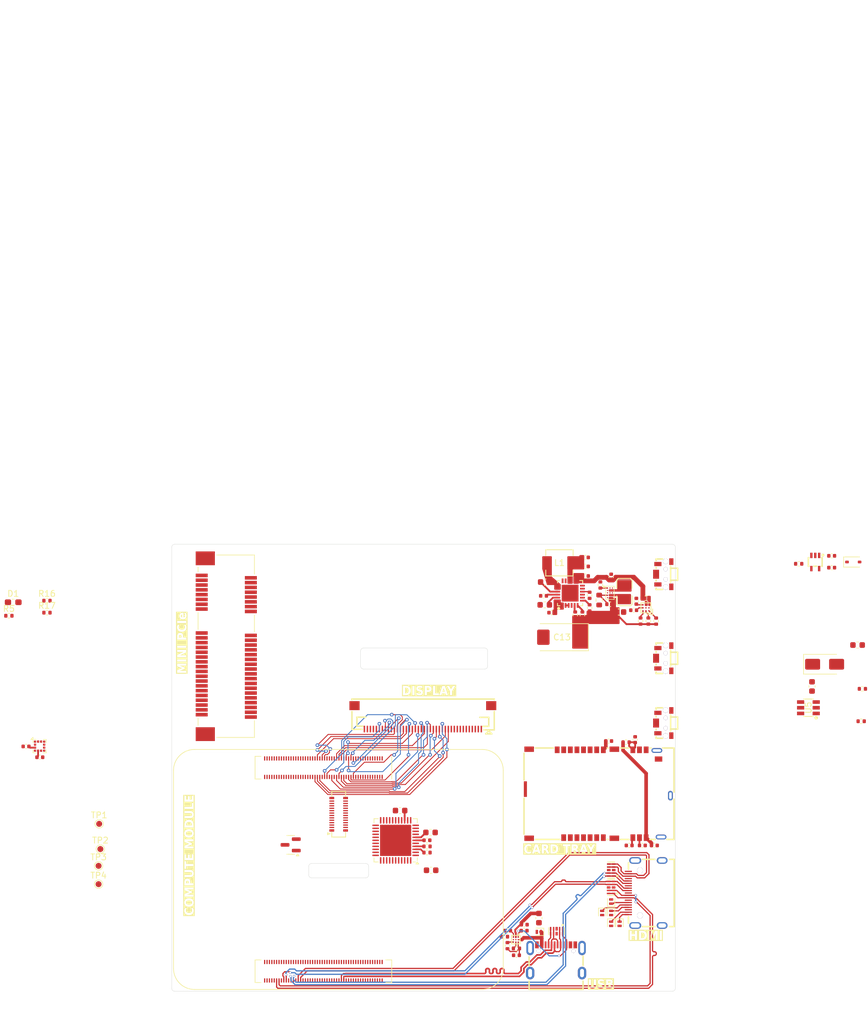
<source format=kicad_pcb>
(kicad_pcb (version 20240108) (generator "pcbnew") (generator_version "8.0")
  (layers (0 "F.Cu" signal) (1 "In1.Cu" signal) (2 "In2.Cu" signal) (31 "B.Cu" signal) (34 "B.Paste" user) (35 "F.Paste" user) (36 "B.SilkS" user "B.Silkscreen") (37 "F.SilkS" user "F.Silkscreen") (38 "B.Mask" user) (39 "F.Mask" user) (44 "Edge.Cuts" user))
  (net 0 "")
  (net 1 "+3V3")
  (net 2 "GND")
  (net 3 "/Battery and Power/VBUS")
  (net 4 "Net-(C3-Pad1)")
  (net 5 "Net-(U1-BTST)")
  (net 6 "/Battery and Power/VBload")
  (net 7 "/Battery and Power/REGN")
  (net 8 "/Battery and Power/SYS")
  (net 9 "Net-(U1-PMID)")
  (net 10 "/Battery and Power/VDD")
  (net 11 "/Battery and Power/VBATT")
  (net 12 "/GPIO/SIM_CLK")
  (net 13 "/GPIO/SIM_IO")
  (net 14 "/GPIO/SIM_RST")
  (net 15 "/GPIO/SIM_VCC")
  (net 16 "/Battery and Power/LEDA")
  (net 17 "+5V")
  (net 18 "/hs_io/CC1")
  (net 19 "/hs_io/CC2")
  (net 20 "Net-(U9-C1)")
  (net 21 "Net-(D1-K)")
  (net 22 "Net-(D2-A)")
  (net 23 "Net-(D3-A)")
  (net 24 "/High Speed/HDMI_TX1-")
  (net 25 "/High Speed/HDMI_TX2+")
  (net 26 "/High Speed/HDMI_TX1+")
  (net 27 "/High Speed/HDMI_TX2-")
  (net 28 "/High Speed/HDMI_TX0+")
  (net 29 "/High Speed/HDMI_CLK+")
  (net 30 "/High Speed/HDMI_CLK-")
  (net 31 "/High Speed/HDMI_TX0-")
  (net 32 "/High Speed/HDMI_CEC")
  (net 33 "/High Speed/HDMI_SCL")
  (net 34 "/High Speed/HDMI_SDA")
  (net 35 "/High Speed/HDMI_HP")
  (net 36 "/High Speed/USB3-0-D_N")
  (net 37 "/High Speed/USB3-0-D_P")
  (net 38 "/GPIO/TP_RST")
  (net 39 "/GPIO/DPI_D7")
  (net 40 "/GPIO/DPI_D4")
  (net 41 "/GPIO/DPI_D6")
  (net 43 "/GPIO/DPI_D3")
  (net 44 "/GPIO/DPI_CS")
  (net 45 "/GPIO/LCD_VSYNC")
  (net 46 "/GPIO/DPI_D11")
  (net 47 "/GPIO/DPI_D15")
  (net 48 "/GPIO/DPI_D14")
  (net 49 "/GPIO/DE")
  (net 50 "/SCL")
  (net 51 "/SDA")
  (net 52 "/GPIO/DPI_D13")
  (net 53 "/GPIO/DPI_D17")
  (net 54 "/Battery and Power/LEDK")
  (net 55 "/GPIO/DPI_D5")
  (net 56 "/GPIO/TP_INT")
  (net 57 "/GPIO/DPI_D10")
  (net 58 "/GPIO/DPI_D0")
  (net 59 "/GPIO/DPI_MOSI")
  (net 60 "/GPIO/DPI_RST")
  (net 61 "/GPIO/DPI_D9")
  (net 63 "/GPIO/DPI_D2")
  (net 64 "/GPIO/DPI_SCK")
  (net 65 "/GPIO/PCLK")
  (net 66 "/GPIO/DPI_D16")
  (net 67 "/GPIO/DPI_D12")
  (net 68 "/GPIO/DPI_D8")
  (net 69 "/GPIO/DPI_D1")
  (net 70 "/GPIO/LCD_HSYNC")
  (net 71 "/GPIO/SD_CMD")
  (net 73 "/GPIO/SIM_VPP")
  (net 74 "/GPIO/SD_DAT0")
  (net 76 "/GPIO/SD_DAT3")
  (net 77 "/GPIO/SD_DAT1")
  (net 78 "/GPIO/TRAY_SW")
  (net 79 "/GPIO/SD_CLK")
  (net 83 "/GPIO/SD_DAT2")
  (net 85 "/High Speed/USB3-1-D_P")
  (net 90 "/High Speed/W_DISABLE")
  (net 92 "/High Speed/PCIE_CLK_P")
  (net 93 "/High Speed/PCIE_CLK_N")
  (net 94 "/High Speed/LED_WWAN")
  (net 95 "/High Speed/I^{2}C_SCL")
  (net 96 "/High Speed/WAKE")
  (net 97 "/High Speed/PCIE_CLK_nREQ")
  (net 98 "/High Speed/PCM_SYNC")
  (net 99 "/High Speed/RI")
  (net 100 "/High Speed/USB3-1-D_N")
  (net 102 "/High Speed/PCIE_TX_P")
  (net 103 "/High Speed/PCIE_RX_P")
  (net 105 "/High Speed/PCM_DOUT")
  (net 106 "/High Speed/PCM_CLK")
  (net 107 "/High Speed/PCIE_RX_N")
  (net 108 "/High Speed/PCIE_nRST")
  (net 109 "/High Speed/PCIE_TX_N")
  (net 110 "/High Speed/I^{2}C_SDA")
  (net 111 "/High Speed/PCM_DIN")
  (net 113 "Net-(L2-Pad2)")
  (net 114 "Net-(L2-Pad1)")
  (net 115 "/High Speed/USB3-0-TX_N")
  (net 121 "/High Speed/USB3-0-TX_P")
  (net 125 "/High Speed/USB3-1-TX_N")
  (net 130 "/Battery and Power/3V3 EN")
  (net 137 "/High Speed/USB2-D_P")
  (net 138 "/GPIO/GLOBAL_EN")
  (net 141 "/GPIO/BT_Disable")
  (net 142 "/GPIO/SD_PWR_ON")
  (net 145 "/High Speed/USB2-D_N")
  (net 150 "/High Speed/USB3-1-RX_P")
  (net 153 "/High Speed/USB3-0-RX_N")
  (net 157 "+1V8")
  (net 159 "/GPIO/CAM_GPIO")
  (net 167 "/Battery and Power/GAUGE_GPOUT")
  (net 173 "/GPIO/WIFI_Disable")
  (net 178 "/GPIO/PWR_BUT")
  (net 179 "/High Speed/USB3-1-TX_P")
  (net 182 "/Battery and Power/CHARGE_INT")
  (net 189 "/High Speed/USB3-1-RX_N")
  (net 192 "/GPIO/USB-INT")
  (net 195 "/Battery and Power/BACKLIGHT")
  (net 196 "/High Speed/USB3-0-RX_P")
  (net 200 "Net-(Q1-B)")
  (net 201 "Net-(Q1-C)")
  (net 202 "Net-(U8-D-)")
  (net 204 "Net-(U1-ILIM)")
  (net 205 "Net-(U3-FB)")
  (net 206 "Net-(U5-FB)")
  (net 207 "Net-(U8-D+)")
  (net 208 "/GPIO/VOL_UP")
  (net 209 "/GPIO/VOL_DOWN")
  (net 210 "/Keyboard/RESET")
  (net 211 "/Keyboard/SCK")
  (net 212 "/Keyboard/MOSI")
  (net 213 "/Keyboard/MISO")
  (net 214 "Net-(U1-D+)")
  (net 216 "/Battery and Power/CHARGE_NTC")
  (net 220 "Net-(U7-ROW6)")
  (net 221 "Net-(U7-ROW3)")
  (net 222 "Net-(U7-COL5)")
  (net 223 "Net-(U7-ROW4)")
  (net 224 "Net-(U7-ROW7)")
  (net 225 "Net-(U7-ROW1)")
  (net 226 "Net-(U7-ROW5)")
  (net 227 "Net-(U7-ROW2)")
  (net 228 "/Keyboard/MIC")
  (net 229 "Net-(U7-COL1)")
  (net 239 "/GPIO/MAG_INT")
  (net 245 "Net-(U7-COL3)")
  (net 246 "Net-(U7-COL2)")
  (net 247 "Net-(U7-COL4)")
  (footprint "Capacitor_SMD:C_0603_1608Metric" (layer "F.Cu") (at 122.6 124)
    (property "Reference" "C12" (hide yes))
    (property "Value" "22uF" (hide yes))
  )
  (footprint "Capacitor_SMD:C_0402_1005Metric" (layer "F.Cu") (at 120.88 145.5 180)
    (property "Reference" "C1" (hide yes))
    (property "Value" "10uF" (hide yes))
  )
  (footprint "Capacitor_SMD:C_0402_1005Metric" (layer "F.Cu") (at 104.02 177.1 180)
    (property "Reference" "C29" (hide yes))
    (property "Value" "220pF" (hide yes))
  )
  (footprint "Resistor_SMD:R_0402_1005Metric" (layer "F.Cu") (at 163 142.2)
    (property "Reference" "R20" (hide yes))
    (property "Value" "15k" (hide yes))
  )
  (footprint "Resistor_SMD:R_0402_1005Metric" (layer "F.Cu") (at 127.1 121.7 180)
    (property "Reference" "R12" (hide yes))
    (property "Value" "10mΩ" (hide yes))
  )
  (footprint "Resistor_SMD:R_0402_1005Metric" (layer "F.Cu") (at 117.7 123.31 90)
    (property "Reference" "R3" (hide yes))
    (property "Value" "10k" (hide yes))
  )
  (footprint "Diode_SMD:D_SOD-882" (layer "F.Cu") (at 121.3 172.25 90)
    (property "Reference" "D6" (hide yes))
    (property "Value" "H5VL10B" (hide yes))
  )
  (footprint "Diode_SMD:D_SOD-323" (layer "F.Cu") (at 161.685 115.66)
    (property "Reference" "D2" (hide yes))
    (property "Value" "D_Schottky" (hide yes))
  )
  (footprint "Resistor_SMD:R_0402_1005Metric" (layer "F.Cu") (at 117.7 121.21 -90)
    (property "Reference" "R6" (hide yes))
    (property "Value" "120" (hide yes))
  )
  (footprint "Package_TO_SOT_SMD:SOT-23" (layer "F.Cu") (at 67.8375 162.8 180)
    (property "Reference" "Q1" (hide yes))
    (property "Value" "MMBT3904" (hide yes))
  )
  (footprint "Capacitor_SMD:C_0402_1005Metric" (layer "F.Cu") (at 125.05 123.7 180)
    (property "Reference" "C9" (hide yes))
    (property "Value" "4.7uF" (hide yes))
  )
  (footprint "Capacitor_Tantalum_SMD:CP_EIA-7343-31_Kemet-D" (layer "F.Cu") (at 113.1 128.2 180)
    (property "Reference" "C13")
    (property "Value" "470uF" (hide yes))
  )
  (footprint "Capacitor_SMD:C_0402_1005Metric" (layer "F.Cu") (at 106.8 176.1 180)
    (property "Reference" "C28" (hide yes))
    (property "Value" "1uF" (hide yes))
  )
  (footprint "Package_DFN_QFN:QFN-44-1EP_7x7mm_P0.5mm_EP5.2x5.2mm" (layer "F.Cu") (at 85.35 162.05 180)
    (property "Reference" "U8" (hide yes))
    (property "Value" "ATmega32U4-M" (hide yes))
  )
  (footprint "Resistor_SMD:R_0402_1005Metric" (layer "F.Cu") (at 103.5 178.1)
    (property "Reference" "R25" (hide yes))
    (property "Value" "4.7k" (hide yes))
  )
  (footprint "linuxpocket:DSBGA-15_L2.3-W1.3-R5-C3-P0.40-TL" (layer "F.Cu") (at 121.1 120.8)
    (property "Reference" "U3" (hide yes))
    (property "Value" "TPS63805YFFR" (hide yes))
  )
  (footprint "Capacitor_SMD:C_0402_1005Metric" (layer "F.Cu") (at 117 116.4)
    (property "Reference" "C7" (hide yes))
    (property "Value" "10uF" (hide yes))
  )
  (footprint "Diode_SMD:D_SOD-882" (layer "F.Cu") (at 122.7 175.95 -90)
    (property "Reference" "D9" (hide yes))
    (property "Value" "H5VL10B" (hide yes))
  )
  (footprint "Capacitor_SMD:C_0402_1005Metric" (layer "F.Cu") (at 128.5 162.9)
    (property "Reference" "C17" (hide yes))
    (property "Value" "1uF" (hide yes))
  )
  (footprint "Capacitor_SMD:C_0603_1608Metric" (layer "F.Cu") (at 109.25 175 -90)
    (property "Reference" "C26" (hide yes))
    (property "Value" "22uF" (hide yes))
  )
  (footprint "Capacitor_SMD:C_0603_1608Metric" (layer "F.Cu") (at 110.225 122.8)
    (property "Reference" "C8" (hide yes))
    (property "Value" "22uF" (hide yes))
  )
  (footprint "Resistor_SMD:R_0402_1005Metric" (layer "F.Cu") (at 115.3 124.5 90)
    (property "Reference" "R1" (hide yes))
    (property "Value" "10k" (hide yes))
  )
  (footprint "linuxpocket:HDMI-SMD_A71-05H4-111N1" (layer "F.Cu") (at 126.98 170.82 90)
    (property "Reference" "J3" (hide yes))
    (property "Value" "HDMI_C_1.4" (hide yes))
  )
  (footprint "Diode_SMD:D_SOD-882" (layer "F.Cu") (at 109.25 177.3 180)
    (property "Reference" "D12" (hide yes))
    (property "Value" "H5VL10B" (hide yes))
  )
  (footprint "linuxpocket:BM14B(0.8)-24DS-0.4V(53)" (layer "F.Cu") (at 75.85 157.7 90)
    (property "Reference" "U7" (hide yes))
    (property "Value" "BBQ10KBD" (hide yes))
  )
  (footprint "TestPoint:TestPoint_Pad_D1.0mm" (layer "F.Cu") (at 35.8 166.3)
    (property "Reference" "TP3")
    (property "Value" "TestPoint" (hide yes))
  )
  (footprint "Resistor_SMD:R_0402_1005Metric" (layer "F.Cu") (at 128.8 125.51 90)
    (property "Reference" "R9" (hide yes))
    (property "Value" "10k" (hide yes))
  )
  (footprint "linuxpocket:FPC-SMD_40P-P0.50_L4.9-W23.5" (layer "F.Cu") (at 89.89 141.55 180)
    (property "Reference" "FPC1" (hide yes))
    (property "Value" "XF2M-4015-1A_C225713" (hide yes))
  )
  (footprint "Capacitor_SMD:C_0603_1608Metric" (layer "F.Cu") (at 154.8 136.4 -90)
    (property "Reference" "C21" (hide yes))
    (property "Value" "22uF" (hide yes))
  )
  (footprint "linuxpocket:SOT-23-6_L2.9-W1.6-P0.95-LS2.8-BL_3" (layer "F.Cu") (at 154.2 139.95 90)
    (property "Reference" "U5")
    (property "Value" "MT3608L" (hide yes))
  )
  (footprint "TestPoint:TestPoint_Pad_D1.0mm" (layer "F.Cu") (at 35.9 159.3)
    (property "Reference" "TP1")
    (property "Value" "TestPoint" (hide yes))
  )
  (footprint "Capacitor_SMD:C_0402_1005Metric" (layer "F.Cu") (at 117 118)
    (property "Reference" "C4" (hide yes))
    (property "Value" "10uF" (hide yes))
  )
  (footprint "Capacitor_SMD:C_0402_1005Metric" (layer "F.Cu") (at 26 148.2)
    (property "Reference" "C31" (hide yes))
    (property "Value" "220nF" (hide yes))
  )
  (footprint "Resistor_SMD:R_0603_1608Metric" (layer "F.Cu") (at 119.3 122 -90)
    (property "Reference" "R14" (hide yes))
    (property "Value" "91k" (hide yes))
  )
  (footprint "linuxpocket:USON-10_L2.5-W1.0-P0.50-BL" (layer "F.Cu") (at 121.29 169.9 90)
    (property "Reference" "D5" (hide yes))
    (property "Value" "TPD4E02B04DQAR" (hide yes))
  )
  (footprint "Capacitor_SMD:C_0402_1005Metric" (layer "F.Cu") (at 126.5 162.9)
    (property "Reference" "C16" (hide yes))
    (property "Value" "33pF" (hide yes))
  )
  (footprint "Resistor_SMD:R_0402_1005Metric" (layer "F.Cu") (at 105.5 180.06 180)
    (property "Reference" "R27" (hide yes))
    (property "Value" "4.7k" (hide yes))
  )
  (footprint "Capacitor_SMD:C_0402_1005Metric" (layer "F.Cu") (at 111.4 124.1 180)
    (property "Reference" "C2" (hide yes))
    (property "Value" "1uF" (hide yes))
  )
  (footprint "linuxpocket:SIM-SMD_XDSM-1035-08_1" (layer "F.Cu") (at 119.08 154.28 90)
    (property "Reference" "J1" (hide yes))
    (property "Value" "XDSM-1035-08-KT" (hide yes))
  )
  (footprint "TestPoint:TestPoint_Pad_D1.0mm" (layer "F.Cu") (at 36.1 163.5)
    (property "Reference" "TP2")
    (property "Value" "TestPoint" (hide yes))
  )
  (footprint "Capacitor_SMD:C_0402_1005Metric" (layer "F.Cu") (at 106.78 177.1)
    (property "Reference" "C30" (hide yes))
    (property "Value" "220pF" (hide yes))
  )
  (footprint "Capacitor_SMD:C_0402_1005Metric" (layer "F.Cu") (at 124.3 162.9 180)
    (property "Reference" "C14" (hide yes))
    (property "Value" "33pF" (hide yes))
  )
  (footprint "Capacitor_SMD:C_0402_1005Metric" (layer "F.Cu") (at 105.5 181.2)
    (property "Reference" "C27" (hide yes))
    (property "Value" "1uF" (hide yes))
  )
  (footprint "Resistor_SMD:R_0402_1005Metric" (layer "F.Cu") (at 90.5825 164.085)
    (property "Reference" "R4" (hide yes))
    (property "Value" "22" (hide yes))
  )
  (footprint "Capacitor_SMD:C_0603_1608Metric" (layer "F.Cu") (at 91.2675 167.035)
    (property "Reference" "C24" (hide yes))
    (property "Value" "47nF" (hide yes))
  )
  (footprint "linuxpocket:SW-SMD_GT-TC020B-H035-L05" (layer "F.Cu") (at 130.0625 117.7 90)
    (property "Reference" "SW1" (hide yes))
    (property "Value" "PUSH" (hide yes))
  )
  (footprint "Capacitor_SMD:C_0603_1608Metric" (layer "F.Cu") (at 91.1675 160.735)
    (property "Reference" "C25" (hide yes))
    (property "Value" "47nF" (hide yes))
  )
  (footprint "Diode_SMD:D_SOD-882" (layer "F.Cu") (at 121.3 174.15 -90)
    (property "Reference" "D8" (hide yes))
    (property "Value" "H5VL10B" (hide yes))
  )
  (footprint "Package_LGA:LGA-12_2x2mm_P0.5mm" (layer "F.Cu") (at 25.9625 146.35)
    (property "Reference" "U9" (hide yes))
    (property "Value" "LIS2MDL" (hide yes))
  )
  (footprint "linuxpocket:SC-70-5_L2.1-W1.3-P0.65-LS2.1-BR" (layer "F.Cu") (at 155.34 115.66 90)
    (property "Reference" "U4" (hide yes))
    (property "Value" "TPS61169DCKR" (hide yes))
  )
  (footprint "Connector_PCBEdge:BUS_PCI_Express_Mini_Full" (layer "F.Cu") (at 57.1 129.7 -90)
    (property "Reference" "J2" (hide yes))
    (property "Value" "Bus_PCI_Express_Mini" (hide yes))
  )
  (footprint "Resistor_SMD:R_0402_1005Metric" (layer "F.Cu") (at 90.5825 163.06 180)
    (property "Reference" "R22" (hide yes))
    (property "Value" "22" (hide yes))
  )
  (footprint "Resistor_SMD:R_0402_1005Metric" (layer "F.Cu") (at 123.79 145.7)
    (property "Reference" "R15" (hide yes))
    (property "Value" "10k" (hide yes))
  )
  (footprint "linuxpocket:WLCSP-9_L1.3-W1.2-R3-C3-P0.40-TL" (layer "F.Cu") (at 105.4 178.6 -90)
    (property "Reference" "U6" (hide yes))
    (property "Value" "FUSB302BUCX" (hide yes))
  )
  (footprint "Capacitor_SMD:C_0402_1005Metric" (layer "F.Cu") (at 158.08 114.63)
    (property "Reference" "C18" (hide yes))
    (property "Value" "1uF" (hide yes))
  )
  (footprint "Resistor_SMD:R_0402_1005Metric" (layer "F.Cu") (at 104 179.6 90)
    (property "Reference" "R26" (hide yes))
    (property "Value" "4.7k" (hide yes))
  )
  (footprint "linuxpocket:VQFN-24_L4.0-W4.0-P0.50-TL-EP2.8" (layer "F.Cu") (at 114.45 120.85 90)
    (property "Reference" "U1" (hide yes))
    (property "Value" "BQ24295RGER" (hide yes))
  )
  (footprint "linuxpocket:Raspberry-Pi-4-Compute-Module" (layer "F.Cu") (at 51.8 150.4 -90)
    (property "Reference" "Module1" (hide yes))
    (property "Value" "ComputeModule4-CM4" (hide yes))
  )
  (footprint "Capacitor_SMD:C_0402_1005Metric" (layer "F.Cu") (at 117 114.9)
    (property "Reference" "C6" (hide yes))
    (property "Value" "10uF" (hide yes))
  )
  (footprint "linuxpocket:SW-SMD_GT-TC020B-H035-L05" (layer "F.Cu") (at 130.0625 131.7 90)
    (property "Reference" "SW2" (hide yes))
    (property "Value" "PUSH" (hide yes))
  )
  (footprint "Resistor_SMD:R_0402_1005Metric" (layer "F.Cu") (at 126.2 125.5 90)
    (property "Reference" "R11" (hide yes))
    (property "Value" "10k" (hide yes))
  )
  (footprint "Resistor_SMD:R_0402_1005Metric" (layer "F.Cu") (at 27.19 124.1)
    (property "Reference" "R17")
    (property "Value" "10k")
  )
  (footprint "Diode_SMD:D_SOD-882" (layer "F.Cu") (at 119.8 174.15 -90)
    (property "Reference" "D7" (hide yes))
    (property "Value" "H5VL10B" (hide yes))
  )
  (footprint "Capacitor_SMD:C_0402_1005Metric" (layer "F.Cu") (at 125.5 122.2 -90)
    (property "Reference" "C10" (hide yes))
    (property "Value" "1uF" (hide yes))
  )
  (footprint "Capacitor_SMD:C_0402_1005Metric" (layer "F.Cu") (at 23.7 146.4)
    (property "Reference" "C32" (hide yes))
    (property "Value" "10uF" (hide yes))
  )
  (footprint "Resistor_SMD:R_0402_1005Metric" (layer "F.Cu") (at 20.84 124.62)
    (property "Reference" "R5")
    (property "Value" "10k")
  )
  (footprint "Diode_SMD:D_SMA" (layer "F.Cu") (at 156.9 132.7)
    (property "Reference" "D3" (hide yes))
    (property "Value" "D_Schottky" (hide yes))
  )
  (footprint "TestPoint:TestPoint_Pad_D1.0mm" (layer "F.Cu") (at 35.8 169.35)
    (property "Reference" "TP4")
    (property "Value" "TestPoint" (hide yes))
  )
  (footprint "linuxpocket:SW-SMD_GT-TC020B-H035-L05" (layer "F.Cu") (at 130.0625 142.5 90)
    (property "Reference" "SW3" (hide yes))
    (property "Value" "PUSH" (hide yes))
  )
  (footprint "Capacitor_SMD:C_0402_1005Metric" (layer "F.Cu") (at 110.02 121.3 180)
    (property "Reference" "C5" (hide yes))
    (property "Value" "4.7uF" (hide yes))
  )
  (footprint "Resistor_SMD:R_0402_1005Metric" (layer "F.Cu") (at 127.5 125.5 90)
    (property "Reference" "R10" (hide yes))
    (property "Value" "10k" (hide yes))
  )
  (footprint "Capacitor_SMD:C_0402_1005Metric" (layer "F.Cu") (at 121.3 118.18 90)
    (property "Reference" "C11" (hide yes))
    (property "Value" "10uF" (hide yes))
  )
  (footprint "Capacitor_SMD:C_0603_1608Metric" (layer "F.Cu") (at 110.3 119 180)
    (property "Reference" "C3" (hide yes))
    (property "Value" "47nF" (hide yes))
  )
  (footprint "Resistor_SMD:R_0402_1005Metric" (layer "F.Cu") (at 152.58 115.96)
    (property "Reference" "R18" (hide yes))
    (property "Value" "4.7" (hide yes))
  )
  (footprint "linuxpocket:USON-10_L2.5-W1.0-P0.50-BL" (layer "F.Cu") (at 121.31 167 90)
    (property "Reference" "D4" (hide yes))
    (property "Value" "TPD4E02B04DQAR" (hide yes))
  )
  (footprint "Resistor_SMD:R_0402_1005Metric" (layer "F.Cu") (at 119.5 119.49 90)
    (property "Reference" "R21" (hide yes))
    (property "Value" "10k" (hide yes))
  )
  (footprint "linuxpocket:USON-10_L2.5-W1.0-P0.50-BL" (layer "F.Cu") (at 112.2 177.19 180)
    (property "Reference" "D11" (hide yes))
    (property "Value" "TPD4E02B04DQAR" (hide yes))
  )
  (footprint "Inductor_SMD:L_0603_1608Metric_Pad1.05x0.95mm_HandSolder" (layer "F.Cu") (at 21.56 122.37)
    (property "Reference" "D1")
    (property "Value" "LED")
  )
  (footprint "Resistor_SMD:R_0402_1005Metric" (layer "F.Cu") (at 27.19 122.11)
    (property "Reference" "R16")
    (property "Value" "10k")
  )
  (footprint "linuxpocket:USB-SMD_TYPE-C16PIN-1" (layer "F.Cu") (at 112.11 181.8175)
    (property "Reference" "J4" (hide yes))
    (property "Value" "USB_C_Receptacle_USB2.0_14P" (hide yes))
  )
  (footprint "Diode_SMD:D_SOD-882" (layer "F.Cu") (at 121.3 175.95 -90)
    (property "Reference" "D10" (hide yes))
    (property "Value" "H5VL10B" (hide yes))
  )
  (footprint "Capacitor_SMD:C_0603_1608Metric" (layer "F.Cu") (at 162.4 129.5)
    (property "Reference" "C20" (hide yes))
    (property "Value" "22uF" (hide yes))
  )
  (footprint "Capacitor_SMD:C_0603_1608Metric" (layer "F.Cu") (at 86.0925 157.085 180)
    (property "Reference" "C23" (hide yes))
    (property "Value" "47nF" (hide yes))
  )
  (footprint "Capacitor_SMD:C_0402_1005Metric" (layer "F.Cu") (at 90.5675 162.035)
    (property "Reference" "C22" (hide yes))
    (property "Value" "1uF" (hide yes))
  )
  (footprint "Capacitor_SMD:C_0402_1005Metric" (layer "F.Cu") (at 125.3 145.27 90)
    (property "Reference" "C15" (hide yes))
    (property "Value" "33pF" (hide yes))
  )
  (footprint "linuxpocket:IND-SMD_L4.4-W4.2" (layer "F.Cu") (at 112.67 115.8)
    (property "Reference" "L1")
    (property "Value" "2.2uH" (hide yes))
  )
  (footprint "Resistor_SMD:R_0402_1005Metric" (layer "F.Cu") (at 116.5 124.5 90)
    (property "Reference" "R2" (hide yes))
    (property "Value" "10k" (hide yes))
  )
  (footprint "Resistor_SMD:R_0402_1005Metric" (layer "F.Cu") (at 163.2 136.8)
    (property "Reference" "R19" (hide yes))
    (property "Value" "100k" (hide yes))
  )
  (footprint "Capacitor_SMD:C_0402_1005Metric" (layer "F.Cu") (at 158.08 116.6)
    (property "Reference" "C19" (hide yes))
    (property "Value" "1uF" (hide yes))
  )
  (footprint "linuxpocket:DSBGA-9_L1.5-W1.5-R3-C3-P0.50-BL" (layer "F.Cu") (at 127.1 123.3 90)
    (property "Reference" "U2" (hide yes))
    (property "Value" "BQ27426YZFR" (hide yes))
  )
  (footprint "Resistor_SMD:R_0402_1005Metric" (layer "F.Cu") (at 121.09 122.7 180)
    (property "Reference" "R13" (hide yes))
    (property "Value" "510k" (hide yes))
  )
  (footprint "linuxpocket:L1008" (layer "F.Cu") (at 123.5 120.67 -90)
    (property "Reference" "L2" (hide yes))
    (property "Value" "0.47uH" (hide yes))
  )
  (gr_arc (start 80.85 167.8) (mid 80.703553 168.153553) (end 80.35 168.3) (stroke (width 0.05)) (layer "Edge.Cuts"))
  (gr_arc (start 80.35 165.9) (mid 80.703553 166.046447) (end 80.85 166.4) (stroke (width 0.05)) (layer "Edge.Cuts"))
  (gr_arc (start 48 113.2) (mid 48.146447 112.846447) (end 48.5 112.7) (stroke (width 0.05)) (layer "Edge.Cuts"))
  (gr_arc (start 132 186.7) (mid 131.853553 187.053553) (end 131.5 187.2) (stroke (width 0.05)) (layer "Edge.Cuts"))
  (gr_line (start 80.85 166.4) (end 80.85 167.8) (stroke (width 0.05)) (layer "Edge.Cuts"))
  (gr_line (start 70.85 167.8) (end 70.85 166.4) (stroke (width 0.05)) (layer "Edge.Cuts"))
  (gr_line (start 80.35 168.3) (end 71.35 168.3) (stroke (width 0.05)) (layer "Edge.Cuts"))
  (gr_line (start 71.35 165.9) (end 80.35 165.9) (stroke (width 0.05)) (layer "Edge.Cuts"))
  (gr_line (start 131.5 187.2) (end 48.5 187.2) (stroke (width 0.05)) (layer "Edge.Cuts"))
  (gr_arc (start 71.35 168.3) (mid 70.996447 168.153553) (end 70.85 167.8) (stroke (width 0.05)) (layer "Edge.Cuts"))
  (gr_arc (start 100.2 130) (mid 100.553553 130.146447) (end 100.7 130.5) (stroke (width 0.05)) (layer "Edge.Cuts"))
  (gr_line (start 100.2 133.5) (end 80 133.5) (stroke (width 0.05)) (layer "Edge.Cuts"))
  (gr_line (start 132 113.2) (end 132 186.7) (stroke (width 0.05)) (layer "Edge.Cuts"))
  (gr_line (start 48 186.7) (end 48 113.2) (stroke (width 0.05)) (layer "Edge.Cuts"))
  (gr_arc (start 48.5 187.2) (mid 48.146447 187.053553) (end 48 186.7) (stroke (width 0.05)) (layer "Edge.Cuts"))
  (gr_line (start 48.5 112.7) (end 131.5 112.7) (stroke (width 0.05)) (layer "Edge.Cuts"))
  (gr_line (start 79.5 133) (end 79.5 130.5) (stroke (width 0.05)) (layer "Edge.Cuts"))
  (gr_arc (start 100.7 133) (mid 100.553553 133.353553) (end 100.2 133.5) (stroke (width 0.05)) (layer "Edge.Cuts"))
  (gr_line (start 100.7 130.5) (end 100.7 133) (stroke (width 0.05)) (layer "Edge.Cuts"))
  (gr_arc (start 79.5 130.5) (mid 79.646447 130.146447) (end 80 130) (stroke (width 0.05)) (layer "Edge.Cuts"))
  (gr_arc (start 131.5 112.7) (mid 131.853553 112.846447) (end 132 113.2) (stroke (width 0.05)) (layer "Edge.Cuts"))
  (gr_arc (start 80 133.5) (mid 79.646447 133.353553) (end 79.5 133) (stroke (width 0.05)) (layer "Edge.Cuts"))
  (gr_line (start 80 130) (end 100.2 130) (stroke (width 0.05)) (layer "Edge.Cuts"))
  (gr_arc (start 70.85 166.4) (mid 70.996447 166.046447) (end 71.35 165.9) (stroke (width 0.05)) (layer "Edge.Cuts"))
  (gr_text "DISPLAY" (at 86.4 138.1 0) (layer "F.SilkS" knockout) (effects (font (size 1.5 1.35) (thickness 0.3) (bold yes)) (justify left bottom)))
  (gr_text "COMPUTE MODULE\n" (at 51.9 174.6 90) (layer "F.SilkS" knockout) (effects (font (size 1.5 1.35) (thickness 0.3) (bold yes)) (justify left bottom)))
  (gr_text "MINI PCIe" (at 50.7 134.3 90) (layer "F.SilkS" knockout) (effects (font (size 1.5 1.35) (thickness 0.3) (bold yes)) (justify left bottom)))
  (gr_text "HDMI\n" (at 124.2 178.9 0) (layer "F.SilkS" knockout) (effects (font (size 1.5 1.35) (thickness 0.3) (bold yes)) (justify left bottom)))
  (gr_text "USB\n" (at 117.4 187 0) (layer "F.SilkS" knockout) (effects (font (size 1.5 1.35) (thickness 0.3) (bold yes)) (justify left bottom)))
  (gr_text "CARD TRAY" (at 106.7 164.5 0) (layer "F.SilkS" knockout) (effects (font (size 1.5 1.35) (thickness 0.3) (bold yes)) (justify left bottom)))
  (segment (start 105.98 180.09) (end 106.01 180.06) (width 0.2) (layer "F.Cu") (net 1))
  (segment (start 90.0725 162.05) (end 90.0875 162.035) (width 0.3) (layer "F.Cu") (net 1))
  (segment (start 105.5 180.57) (end 106.01 180.06) (width 0.2) (layer "F.Cu") (net 1))
  (segment (start 104 180.11) (end 104.46 180.57) (width 0.2) (layer "F.Cu") (net 1))
  (segment (start 121.825 124) (end 123.845 126.02) (width 0.3) (layer "F.Cu") (net 1))
  (segment (start 86.85 157.1025) (end 86.8675 157.085) (width 0.3) (layer "F.Cu") (net 1))
  (segment (start 104.46 180.57) (end 105.5 180.57) (width 0.2) (layer "F.Cu") (net 1))
  (segment (start 120.4 146.55) (end 119.99 146.96) (width 0.6) (layer "F.Cu") (net 1))
  (segment (start 86.85 158.7125) (end 86.85 157.1025) (width 0.3) (layer "F.Cu") (net 1))
  (segment (start 105.8 179.85) (end 106.01 180.06) (width 0.2) (layer "F.Cu") (net 1))
  (segment (start 88.6875 162.05) (end 90.0725 162.05) (width 0.3) (layer "F.Cu") (net 1))
  (segment (start 24.18 146.4) (end 24.38 146.6) (width 0.3) (layer "F.Cu") (net 1))
  (segment (start 120.4 145.5) (end 120.4 146.55) (width 0.6) (layer "F.Cu") (net 1))
  (segment (start 24.38 146.6) (end 25.2 146.6) (width 0.3) (layer "F.Cu") (net 1))
  (segment (start 123.845 126.02) (end 128.8 126.02) (width 0.3) (layer "F.Cu") (net 1))
  (segment (start 105.8 179) (end 105.8 179.85) (width 0.2) (layer "F.Cu") (net 1))
  (segment (start 105.98 181.2) (end 105.98 180.09) (width 0.2) (layer "F.Cu") (net 1))
  (segment (start 109.71 177.41) (end 109.6 177.3) (width 0.6) (layer "F.Cu") (net 3))
  (segment (start 109.71 179.4675) (end 109.71 178.4) (width 0.6) (layer "F.Cu") (net 3))
  (segment (start 105.8 178.6) (end 106.4 178.6) (width 0.18) (layer "F.Cu") (net 3))
  (segment (start 109.71 178.4) (end 109.5975 178.2875) (width 0.6) (layer "F.Cu") (net 3))
  (segment (start 109.71 178.4) (end 109.71 177.41) (width 0.6) (layer "F.Cu") (net 3))
  (segment (start 106.7125 178.2875) (end 106.4 178.6) (width 0.6) (layer "F.Cu") (net 3))
  (segment (start 109.5975 178.2875) (end 106.7125 178.2875) (width 0.6) (layer "F.Cu") (net 3))
  (segment (start 111.125 120.6) (end 112.4 120.6) (width 0.3) (layer "F.Cu") (net 5))
  (segment (start 109.525 119) (end 111.125 120.6) (width 0.3) (layer "F.Cu") (net 5))
  (segment (start 115.7 118.81) (end 118.462376 118.81) (width 0.8) (layer "F.Cu") (net 6))
  (segment (start 118.462376 118.81) (end 119.052376 118.22) (width 0.8) (layer "F.Cu") (net 6))
  (segment (start 121.3 118.66) (end 121.609999 118.66) (width 0.8) (layer "F.Cu") (net 6))
  (segment (start 120.96 118.66) (end 121.3 118.66) (width 0.8) (layer "F.Cu") (net 6))
  (segment (start 120.52 118.22) (end 120.96 118.66) (width 0.8) (layer "F.Cu") (net 6))
  (segment (start 125.07 118.195) (end 126.59 119.715) (width 0.8) (layer "F.Cu") (net 6))
  (segment (start 119.052376 118.22) (end 120.52 118.22) (width 0.8) (layer "F.Cu") (net 6))
  (segment (start 126.59 119.715) (end 126.59 121.7) (width 0.8) (layer "F.Cu") (net 6))
  (segment (start 122.074999 118.195) (end 125.07 118.195) (width 0.8) (layer "F.Cu") (net 6))
  (segment (start 121.609999 118.66) (end 122.074999 118.195) (width 0.8) (layer "F.Cu") (net 6))
  (segment (start 110.7 121.1) (end 110.5 121.3) (width 0.3) (layer "F.Cu") (net 7))
  (segment (start 112.4 121.1) (end 110.7 121.1) (width 0.3) (layer "F.Cu") (net 7))
  (segment (start 111.6 121.6) (end 112.4 121.6) (width 0.3) (layer "F.Cu") (net 9))
  (segment (start 110.875 122.8) (end 110.875 122.325) (width 0.3) (layer "F.Cu") (net 9))
  (segment (start 110.875 122.325) (end 111.6 121.6) (width 0.3) (layer "F.Cu") (net 9))
  (segment (start 125.93 123.3) (end 125.53 123.7) (width 0.2) (layer "F.Cu") (net 10))
  (segment (start 126.6 123.3) (end 125.93 123.3) (width 0.2) (layer "F.Cu") (net 10))
  (segment (start 126.6 122.8) (end 125.62 122.8) (width 0.2) (layer "F.Cu") (net 11))
  (segment (start 125.62 122.8) (end 125.5 122.68) (width 0.2) (layer "F.Cu") (net 11))
  (segment (start 127.6 121.71) (end 127.61 121.7) (width 0.2) (layer "F.Cu") (net 11))
  (segment (start 124.78 161.74) (end 124.92 161.6) (width 0.3) (layer "F.Cu") (net 12))
  (segment (start 124.78 162.9) (end 124.78 161.74) (width 0.3) (layer "F.Cu") (net 12))
  (segment (start 124.3 146.34) (end 124.92 146.96) (width 0.3) (layer "F.Cu") (net 13))
  (segment (start 125.3 146.58) (end 124.92 146.96) (width 0.3) (layer "F.Cu") (net 13))
  (segment (start 125.25 145.7) (end 125.3 145.75) (width 0.3) (layer "F.Cu") (net 13))
  (segment (start 124.3 145.7) (end 125.25 145.7) (width 0.3) (layer "F.Cu") (net 13))
  (segment (start 125.3 145.75) (end 125.3 146.58) (width 0.3) (layer "F.Cu") (net 13))
  (segment (start 124.3 145.7) (end 124.3 146.34) (width 0.3) (layer "F.Cu") (net 13))
  (segment (start 126.02 161.6) (end 126.02 162.9) (width 0.3) (layer "F.Cu") (net 14))
  (segment (start 128.02 162.49) (end 127.13 161.6) (width 0.6) (layer "F.Cu") (net 15))
  (segment (start 123.28 145.7) (end 123.28 147.05) (width 0.6) (layer "F.Cu") (net 15))
  (segment (start 123.28 147.05) (end 127.13 150.9) (width 0.6) (layer "F.Cu") (net 15))
  (segment (start 128.02 162.9) (end 128.02 162.49) (width 0.6) (layer "F.Cu") (net 15))
  (segment (start 127.13 150.9) (end 127.13 161.6) (width 0.6) (layer "F.Cu") (net 15))
  (segment (start 122.88 174.02) (end 124.16 174.02) (width 0.2) (layer "F.Cu") (net 17))
  (segment (start 105.4 177.457107) (end 105.3 177.357107) (width 0.3) (layer "F.Cu") (net 17))
  (segment (start 107.885001 174.225) (end 106.32 175.790001) (width 0.6) (layer "F.Cu") (net 17))
  (segment (start 106.142893 176.1) (end 106.32 176.1) (width 0.3) (layer "F.Cu") (net 17))
  (segment (start 106.32 175.790001) (end 106.32 176.1) (width 0.6) (layer "F.Cu") (net 17))
  (segment (start 109.25 174.225) (end 107.885001 174.225) (width 0.6) (layer "F.Cu") (net 17))
  (segment (start 89.5775 161.55) (end 90.3925 160.735) (width 0.3) (layer "F.Cu") (net 17))
  (segment (start 105.4 178.2) (end 105.4 177.457107) (width 0.3) (layer "F.Cu") (net 17))
  (segment (start 121.3 175.6) (end 122.88 174.02) (width 0.2) (layer "F.Cu") (net 17))
  (segment (start 88.6875 161.55) (end 89.5775 161.55) (width 0.3) (layer "F.Cu") (net 17))
  (segment (start 105.3 176.942893) (end 106.142893 176.1) (width 0.3) (layer "F.Cu") (net 17))
  (segment (start 105.3 177.357107) (end 105.3 176.942893) (width 0.3) (layer "F.Cu") (net 17))
  (segment (start 110.86 178.64) (end 110.86 179.4675) (width 0.2) (layer "F.Cu") (net 18))
  (segment (start 111.2 178.3) (end 111.2 177.6) (width 0.2) (layer "F.Cu") (net 18))
  (segment (start 111.2 177.6) (end 111.2 176.78) (width 0.2) (layer "F.Cu") (net 18))
  (segment (start 110.86 178.64) (end 111.2 178.3) (width 0.2) (layer "F.Cu") (net 18))
  (segment (start 105 177.6) (end 104.5 177.1) (width 0.18) (layer "F.Cu") (net 18))
  (segment (start 105 178.2) (end 105 177.6) (width 0.18) (layer "F.Cu") (net 18))
  (segment (start 105.8 178.2) (end 105.8 177.6) (width 0.18) (layer "F.Cu") (net 19))
  (segment (start 113.2 177.9825) (end 113.2 177.6) (width 0.2) (layer "F.Cu") (net 19))
  (segment (start 113.2 177.6) (end 113.2 176.78) (width 0.2) (layer "F.Cu") (net 19))
  (segment (start 105.8 177.6) (end 106.3 177.1) (width 0.18) (layer "F.Cu") (net 19))
  (segment (start 113.86 178.6425) (end 113.2 177.9825) (width 0.2) (layer "F.Cu") (net 19))
  (segment (start 113.86 180.2725) (end 113.86 179.4675) (width 0.18) (layer "F.Cu") (net 19))
  (segment (start 113.86 179.4675) (end 113.86 178.6425) (width 0.2) (layer "F.Cu") (net 19))
  (segment (start 112.8325 181.3) (end 113.86 180.2725) (width 0.18) (layer "F.Cu") (net 19))
  (segment (start 112.6 181.3) (end 112.8325 181.3) (width 0.18) (layer "F.Cu") (net 19))
  (segment (start 106.25 177.15) (end 106.3 177.1) (width 0.18) (layer "F.Cu") (net 19))
  (segment (start 105.8 177.15) (end 106.25 177.15) (width 0.18) (layer "F.Cu") (net 19))
  (via (at 105.8 177.15) (size 0.4) (drill 0.3) (layers "F.Cu" "B.Cu") (net 19))
  (via (at 112.6 181.3) (size 0.4) (drill 0.3) (layers "F.Cu" "B.Cu") (net 19))
  (segment (start 105.8 177.15) (end 106.811505 177.15) (width 0.18) (layer "B.Cu") (net 19))
  (segment (start 106.811505 177.15) (end 110.961505 181.3) (width 0.18) (layer "B.Cu") (net 19))
  (segment (start 110.961505 181.3) (end 112.6 181.3) (width 0.18) (layer "B.Cu") (net 19))
  (segment (start 25.7125 148.0075) (end 25.52 148.2) (width 0.3) (layer "F.Cu") (net 20))
  (segment (start 25.7125 147.1125) (end 25.7125 148.0075) (width 0.3) (layer "F.Cu") (net 20))
  (segment (start 120.188999 168.111001) (end 120.111001 168.111001) (width 0.2037) (layer "F.Cu") (net 24))
  (segment (start 67.801177 184.704272) (end 67.9 184.803095) (width 0.2) (layer "F.Cu") (net 24))
  (segment (start 120.9 168) (end 120.3 168) (width 0.2) (layer "F.Cu") (net 24))
  (segment (start 123.26 169.22) (end 124.16 169.22) (width 0.2) (layer "F.Cu") (net 24))
  (segment (start 122.04 168) (end 123.26 169.22) (width 0.2) (layer "F.Cu") (net 24))
  (segment (start 120.9 168) (end 121.72 168) (width 0.2) (layer "F.Cu") (net 24))
  (segment (start 120.3 168) (end 120.188999 168.111001) (width 0.2037) (layer "F.Cu") (net 24))
  (segment (start 121.72 168) (end 122.04 168) (width 0.2) (layer "F.Cu") (net 24))
  (segment (start 67.9 184.803095) (end 67.9 185.4) (width 0.2) (layer "F.Cu") (net 24))
  (via (at 120.111001 168.111001) (size 0.4) (drill 0.3) (layers "F.Cu" "B.Cu") (net 24))
  (via (at 67.801177 184.704272) (size 0.4) (drill 0.3) (layers "F.Cu" "B.Cu") (net 24))
  (segment (start 110.584272 186.10345) (end 68.576243 186.10345) (width 0.2037) (layer "B.Cu") (net 24))
  (segment (start 67.808036 184.704272) (end 67.903764 184.8) (width 0.2) (layer "B.Cu") (net 24))
  (segment (start 113.70345 174.384272) (end 113.70345 182.984272) (width 0.2037) (layer "B.Cu") (net 24))
  (segment (start 119.976721 168.111001) (end 113.70345 174.384272) (width 0.2037) (layer "B.Cu") (net 24))
  (segment (start 120.111001 168.111001) (end 119.976721 168.111001) (width 0.2037) (layer "B.Cu") (net 24))
  (segment (start 67.903764 185.430971) (end 67.903764 184.8) (width 0.2037) (layer "B.Cu") (net 24))
  (segment (start 113.70345 182.984272) (end 110.584272 186.10345) (width 0.2037) (layer "B.Cu") (net 24))
  (segment (start 67.801177 184.704272) (end 67.808036 184.704272) (width 0.2) (layer "B.Cu") (net 24))
  (segment (start 68.576243 186.10345) (end 67.903764 185.430971) (width 0.2037) (layer "B.Cu") (net 24))
  (segment (start 126.715728 167.89655) (end 126 167.89655) (width 0.2037) (layer "F.Cu") (net 25))
  (segment (start 123.425686 167.62) (end 124.16 167.62) (width 0.2) (layer "F.Cu") (net 25))
  (segment (start 69.6 184.8) (end 70.59655 183.80345) (width 0.2037) (layer "F.Cu") (net 25))
  (segment (start 127.075604 164.5) (end 127.19655 164.620946) (width 0.2037) (layer "F.Cu") (net 25))
  (segment (start 95.084272 183.80345) (end 114.387722 164.5) (width 0.2037) (layer "F.Cu") (net 25))
  (segment (start 124.16 167.62) (end 125.528629 167.62) (width 0.2) (layer "F.Cu") (net 25))
  (segment (start 114.387722 164.5) (end 127.075604 164.5) (width 0.2037) (layer "F.Cu") (net 25))
  (segment (start 122.380686 166) (end 122.952843 166.572157) (width 0.2) (layer "F.Cu") (net 25))
  (segment (start 127.19655 164.620946) (end 127.19655 167.415728) (width 0.2037) (layer "F.Cu") (net 25))
  (segment (start 120.9 166) (end 121.72 166) (width 0.2) (layer "F.Cu") (net 25))
  (segment (start 121.72 166) (end 122.380686 166) (width 0.2) (layer "F.Cu") (net 25))
  (segment (start 70.59655 183.80345) (end 95.084272 183.80345) (width 0.2037) (layer "F.Cu") (net 25))
  (segment (start 69.5 185.4) (end 69.5 184.9) (width 0.2) (layer "F.Cu") (net 25))
  (segment (start 122.952843 166.572157) (end 122.952843 167.147157) (width 0.2) (layer "F.Cu") (net 25))
  (segment (start 122.952843 167.147157) (end 123.425686 167.62) (width 0.2) (layer "F.Cu") (net 25))
  (segment (start 127.19655 167.415728) (end 126.715728 167.89655) (width 0.2037) (layer "F.Cu") (net 25))
  (segment (start 69.5 184.9) (end 69.6 184.8) (width 0.2) (layer "F.Cu") (net 25))
  (segment (start 125.528629 167.62) (end 125.805179 167.89655) (width 0.2) (layer "F.Cu") (net 25))
  (segment (start 125.805179 167.89655) (end 126 167.89655) (width 0.2) (layer "F.Cu") (net 25))
  (segment (start 68.400601 184.67793) (end 68.301177 184.777354) (width 0.2) (layer "F.Cu") (net 26))
  (segment (start 68.3 184.976207) (end 68.3 185.4) (width 0.2) (layer "F.Cu") (net 26))
  (segment (start 121.72 167.5) (end 122.105686 167.5) (width 0.2) (layer "F.Cu") (net 26))
  (segment (start 68.301177 184.97503) (end 68.3 184.976207) (width 0.2) (layer "F.Cu") (net 26))
  (segment (start 120.191416 167.5) (end 120.9 167.5) (width 0.2) (layer "F.Cu") (net 26))
  (segment (start 123.425686 168.82) (end 124.16 168.82) (width 0.2) (layer "F.Cu") (net 26))
  (segment (start 120.9 167.5) (end 121.72 167.5) (width 0.2) (layer "F.Cu") (net 26))
  (segment (start 120.178283 167.513133) (end 120.191416 167.5) (width 0.2) (layer "F.Cu") (net 26))
  (segment (start 122.105686 167.5) (end 123.425686 168.82) (width 0.2) (layer "F.Cu") (net 26))
  (segment (start 68.301177 184.777354) (end 68.301177 184.97503) (width 0.2) (layer "F.Cu") (net 26))
  (via (at 68.400601 184.67793) (size 0.4) (drill 0.3) (layers "F.Cu" "B.Cu") (net 26))
  (via (at 120.178283 167.513133) (size 0.4) (drill 0.3) (layers "F.Cu" "B.Cu") (net 26))
  (segment (start 68.744787 185.69655) (end 68.310664 185.262427) (width 0.2037) (layer "B.Cu") (net 26))
  (segment (start 115.493963 171.576999) (end 115.544914 171.62795) (width 0.2037) (layer "B.Cu") (net 26))
  (segment (start 120.178283 167.513133) (end 120.144866 167.54655) (width 0.2037) (layer "B.Cu") (net 26))
  (segment (start 113.29655 182.815728) (end 110.415728 185.69655) (width 0.2037) (layer "B.Cu") (net 26))
  (segment (start 68.310664 184.767867) (end 68.310664 184.9) (width 0.2) (layer "B.Cu") (net 26))
  (segment (start 113.29655 174.215728) (end 113.29655 182.815728) (width 0.2037) (layer "B.Cu") (net 26))
  (segment (start 119.965728 167.54655) (end 116.308591 171.203687) (width 0.2037) (layer "B.Cu") (net 26))
  (segment (start 115.544914 171.967361) (end 115.460062 172.052215) (width 0.2037) (layer "B.Cu") (net 26))
  (segment (start 115.969179 171.203687) (end 115.918227 171.152735) (width 0.2037) (layer "B.Cu") (net 26))
  (segment (start 68.310664 185.262427) (end 68.310664 184.9) (width 0.2037) (layer "B.Cu") (net 26))
  (segment (start 113.303385 174.208893) (end 113.29655 174.215728) (width 0.2037) (layer "B.Cu") (net 26))
  (segment (start 120.144866 167.54655) (end 119.965728 167.54655) (width 0.2037) (layer "B.Cu") (net 26))
  (segment (start 68.400601 184.67793) (end 68.310664 184.767867) (width 0.2) (layer "B.Cu") (net 26))
  (segment (start 115.578816 171.152735) (end 115.493963 171.237587) (width 0.2037) (layer "B.Cu") (net 26))
  (segment (start 110.415728 185.69655) (end 68.744787 185.69655) (width 0.2037) (layer "B.Cu") (net 26))
  (segment (start 115.460062 172.052215) (end 113.303385 174.208893) (width 0.2037) (layer "B.Cu") (net 26))
  (arc (start 115.918227 171.152735) (mid 115.748522 171.08244) (end 115.578816 171.152735) (width 0.2037) (layer "B.Cu") (net 26))
  (arc (start 115.544914 171.62795) (mid 115.615208 171.797656) (end 115.544914 171.967361) (width 0.2037) (layer "B.Cu") (net 26))
  (arc (start 115.493963 171.237587) (mid 115.423668 171.407293) (end 115.493963 171.576999) (width 0.2037) (layer "B.Cu") (net 26))
  (arc (start 116.308591 171.203687) (mid 116.138885 171.273982) (end 115.969179 171.203687) (width 0.2037) (layer "B.Cu") (net 26))
  (segment (start 122.5 167.26) (end 123.26 168.02) (width 0.2) (layer "F.Cu") (net 27))
  (segment (start 122.315 166.5) (end 122.5 166.685) (width 0.2) (layer "F.Cu") (net 27))
  (segment (start 69.1 184.6) (end 70.30345 183.39655) (width 0.2037) (layer "F.Cu") (net 27))
  (segment (start 124.16 168.02) (end 125.362943 168.02) (width 0.2) (layer "F.Cu") (net 27))
  (segment (start 127.60345 167.584272) (end 126.884272 168.30345) (width 0.2037) (layer "F.Cu") (net 27))
  (segment (start 121.72 166.5) (end 122.315 166.5) (width 0.2) (layer "F.Cu") (net 27))
  (segment (start 125.646393 168.30345) (end 126.2 168.30345) (width 0.2) (layer "F.Cu") (net 27))
  (segment (start 127.247348 164.0963) (end 127.60345 164.452402) (width 0.2037) (layer "F.Cu") (net 27))
  (segment (start 114.215978 164.0963) (end 127.247348 164.0963) (width 0.2037) (layer "F.Cu") (net 27))
  (segment (start 126.884272 168.30345) (end 126.2 168.30345) (width 0.2037) (layer "F.Cu") (net 27))
  (segment (start 125.362943 168.02) (end 125.646393 168.30345) (width 0.2) (layer "F.Cu") (net 27))
  (segment (start 70.30345 183.39655) (end 94.915728 183.39655) (width 0.2037) (layer "F.Cu") (net 27))
  (segment (start 127.60345 164.452402) (end 127.60345 167.584272) (width 0.2037) (layer "F.Cu") (net 27))
  (segment (start 94.915728 183.39655) (end 114.215978 164.0963) (width 0.2037) (layer "F.Cu") (net 27))
  (segment (start 126.2 168.30345) (end 126 168.30345) (width 0.2037) (layer "F.Cu") (net 27))
  (segment (start 120.9 166.5) (end 121.72 166.5) (width 0.2) (layer "F.Cu") (net 27))
  (segment (start 123.26 168.02) (end 124.16 168.02) (width 0.2) (layer "F.Cu") (net 27))
  (segment (start 69.1 185.4) (end 69.1 184.6) (width 0.2) (layer "F.Cu") (net 27))
  (segment (start 122.5 166.685) (end 122.5 167.26) (width 0.2) (layer "F.Cu") (net 27))
  (segment (start 69.1 185.4) (end 69.1 185.3) (width 0.2) (layer "F.Cu") (net 27))
  (segment (start 121.7 168.9) (end 122.305686 168.9) (width 0.2) (layer "F.Cu") (net 28))
  (segment (start 111.865728 168.94655) (end 112.926633 168.94655) (width 0.2037) (layer "F.Cu") (net 28))
  (segment (start 107.792753 172.756139) (end 108.056139 172.756139) (width 0.2) (layer "F.Cu") (net 28))
  (segment (start 113.801679 168.94655) (end 114.126633 168.94655) (width 0.2037) (layer "F.Cu") (net 28))
  (segment (start 67.053554 184.446446) (end 67.1 184.492892) (width 0.2) (layer "F.Cu") (net 28))
  (segment (start 120.422499 168.9) (end 120.88 168.9) (width 0.2037) (layer "F.Cu") (net 28))
  (segment (start 123.425686 170.02) (end 124.16 170.02) (width 0.2) (layer "F.Cu") (net 28))
  (segment (start 67.1 184.492892) (end 67.1 185.4) (width 0.2) (layer "F.Cu") (net 28))
  (segment (start 107.740876 172.808016) (end 107.792753 172.756139) (width 0.2) (layer "F.Cu") (net 28))
  (segment (start 108.056139 172.756139) (end 111.865728 168.94655) (width 0.2037) (layer "F.Cu") (net 28))
  (segment (start 121.7 168.9) (end 120.88 168.9) (width 0.2) (layer "F.Cu") (net 28))
  (segment (start 118.501867 168.94655) (end 120.375949 168.94655) (width 0.2037) (layer "F.Cu") (net 28))
  (segment (start 120.375949 168.94655) (end 120.422499 168.9) (width 0.2037) (layer "F.Cu") (net 28))
  (segment (start 113.201679 168.671504) (end 113.526633 168.671504) (width 0.2037) (layer "F.Cu") (net 28))
  (segment (start 122.305686 168.9) (end 123.425686 170.02) (width 0.2) (layer "F.Cu") (net 28))
  (segment (start 114.126633 168.94655) (end 118.501867 168.94655) (width 0.2037) (layer "F.Cu") (net 28))
  (via (at 107.740876 172.808016) (size 0.4) (drill 0.3) (layers "F.Cu" "B.Cu") (net 28))
  (via (at 67.053554 184.446446) (size 0.4) (drill 0.3) (layers "F.Cu" "B.Cu") (net 28))
  (arc (start 112.926633 168.94655) (mid 113.023876 168.90627) (end 113.064156 168.809027) (width 0.2037) (layer "F.Cu") (net 28))
  (arc (start 113.664156 168.809027) (mid 113.704436 168.90627) (end 113.801679 168.94655) (width 0.2037) (layer "F.Cu") (net 28))
  (arc (start 113.526633 168.671504) (mid 113.623876 168.711784) (end 113.664156 168.809027) (width 0.2037) (layer "F.Cu") (net 28))
  (arc (start 113.064156 168.809027) (mid 113.104436 168.711784) (end 113.201679 168.671504) (width 0.2037) (layer "F.Cu") (net 28))
  (segment (start 107.611907 173.070209) (end 107.740876 172.94124) (width 0.2037) (layer "B.Cu") (net 28))
  (segment (start 67.65559 183.5) (end 68.50781 183.5) (width 0.2037) (layer "B.Cu") (net 28))
  (segment (start 96.894078 183.8) (end 107.611907 173.082171) (width 0.2037) (layer "B.Cu") (net 28))
  (segment (start 107.740876 172.94124) (end 107.740876 172.808016) (width 0.2037) (layer "B.Cu") (net 28))
  (segment (start 68.50781 183.5) (end 68.80781 183.8) (width 0.2037) (layer "B.Cu") (net 28))
  (segment (start 107.611907 173.082171) (end 107.611907 173.070209) (width 0.2037) (layer "B.Cu") (net 28))
  (segment (start 68.80781 183.8) (end 96.894078 183.8) (width 0.2037) (layer "B.Cu") (net 28))
  (segment (start 67.053554 184.102036) (end 67.65559 183.5) (width 0.2037) (layer "B.Cu") (net 28))
  (segment (start 67.053554 184.446446) (end 67.053554 184.102036) (width 0.2037) (layer "B.Cu") (net 28))
  (segment (start 122.23 170.4) (end 123.05 171.22) (width 0.2) (layer "F.Cu") (net 29))
  (segment (start 125.4 171.2) (end 125.38 171.22) (width 0.2) (layer "F.Cu") (net 29))
  (segment (start 125.612278 172.4) (end 127.79655 174.584272) (width 0.2037) (layer "F.Cu") (net 29))
  (segment (start 127.79655 174.584272) (end 127.79655 185.879054) (width 0.2037) (layer "F.Cu") (net 29))
  (segment (start 125.414621 172.326143) (end 125.538421 172.326143) (width 0.2) (layer "F.Cu") (net 29))
  (segment (start 127.375604 186.3) (end 66.1 186.3) (width 0.2037) (layer "F.Cu") (net 29))
  (segment (start 125.38 171.22) (end 124.16 171.22) (width 0.2) (layer "F.Cu") (net 29))
  (segment (start 123.05 171.22) (end 124.16 171.22) (width 0.2) (layer "F.Cu") (net 29))
  (segment (start 121.7 170.4) (end 120.88 170.4) (width 0.2) (layer "F.Cu") (net 29))
  (segment (start 127.79655 185.879054) (end 127.375604 186.3) (width 0.2037) (layer "F.Cu") (net 29))
  (segment (start 121.7 170.4) (end 122.23 170.4) (width 0.2) (layer "F.Cu") (net 29))
  (segment (start 65.9 186.1) (end 65.9 185.4) (width 0.2) (layer "F.Cu") (net 29))
  (segment (start 66.1 186.3) (end 65.9 186.1) (width 0.2) (layer "F.Cu") (net 29))
  (segment (start 125.538421 172.326143) (end 125.612278 172.4) (width 0.2) (layer "F.Cu") (net 29))
  (via (at 125.4 171.2) (size 0.4) (drill 0.3) (layers "F.Cu" "B.Cu") (net 29))
  (via (at 125.414621 172.326143) (size 0.4) (drill 0.3) (layers "F.Cu" "B.Cu") (net 29))
  (segment (start 125.4 172.311522) (end 125.414621 172.326143) (width 0.2037) (layer "B.Cu") (net 29))
  (segment (start 125.4 171.2) (end 125.4 172.311522) (width 0.2037) (layer "B.Cu") (net 29))
  (segment (start 128.20345 186.047598) (end 127.547598 186.70345) (width 0.2037) (layer "F.Cu") (net 30))
  (segment (start 124.16 171.62) (end 122.42 171.62) (width 0.2) (layer "F.Cu") (net 30))
  (segment (start 124.16 171.62) (end 125.12 171.62) (width 0.2) (layer "F.Cu") (net 30))
  (segment (start 125.576041 171.775) (end 125.825 172.023959) (width 0.2) (layer "F.Cu") (net 30))
  (segment (start 128.20345 183.778769) (end 128.20345 186.047598) (width 0.2037) (layer "F.Cu") (net 30))
  (segment (start 65.70345 186.70345) (end 65.7 186.7) (width 0.2037) (layer "F.Cu") (net 30))
  (segment (start 128.44345 180.62278) (end 128.573512 180.62278) (width 0.2037) (layer "F.Cu") (net 30))
  (segment (start 128.573512 181.22278) (end 128.44345 181.22278) (width 0.2037) (layer "F.Cu") (net 30))
  (segment (start 65.5 186.5) (end 65.5 185.4) (width 0.2) (layer "F.Cu") (net 30))
  (segment (start 65.7 186.7) (end 65.5 186.5) (width 0.2) (layer "F.Cu") (net 30))
  (segment (start 128.20345 181.58278) (end 128.20345 183.778769) (width 0.2037) (layer "F.Cu") (net 30))
  (segment (start 127.547598 186.70345) (end 65.70345 186.70345) (width 0.2037) (layer "F.Cu") (net 30))
  (segment (start 128.813512 180.86278) (end 128.813512 180.98278) (width 0.2037) (layer "F.Cu") (net 30))
  (segment (start 125.825 172.023959) (end 125.825 172.037278) (width 0.2037) (layer "F.Cu") (net 30))
  (segment (start 125.825 172.037278) (end 128.20345 174.415728) (width 0.2037) (layer "F.Cu") (net 30))
  (segment (start 125.275 171.775) (end 125.576041 171.775) (width 0.2) (layer "F.Cu") (net 30))
  (segment (start 122.42 171.62) (end 121.7 170.9) (width 0.2) (layer "F.Cu") (net 30))
  (segment (start 121.7 170.9) (end 120.88 170.9) (width 0.2) (layer "F.Cu") (net 30))
  (segment (start 128.20345 174.415728) (end 128.20345 180.38278) (width 0.2037) (layer "F.Cu") (net 30))
  (segment (start 128.20345 181.46278) (end 128.20345 181.58278) (width 0.2037) (layer "F.Cu") (net 30))
  (segment (start 125.12 171.62) (end 125.275 171.775) (width 0.2) (layer "F.Cu") (net 30))
  (arc (start 128.813512 180.98278) (mid 128.743218 181.152486) (end 128.573512 181.22278) (width 0.2037) (layer "F.Cu") (net 30))
  (arc (start 128.20345 180.38278) (mid 128.273744 180.552486) (end 128.44345 180.62278) (width 0.2037) (layer "F.Cu") (net 30))
  (arc (start 128.44345 181.22278) (mid 128.273744 181.293074) (end 128.20345 181.46278) (width 0.2037) (layer "F.Cu") (net 30))
  (arc (start 128.573512 180.62278) (mid 128.743218 180.693074) (end 128.813512 180.86278) (width 0.2037) (layer "F.Cu") (net 30))
  (segment (start 66.7 184.8) (end 66.7 185.4) (width 0.2) (layer "F.Cu") (net 31))
  (segment (start 66.846447 183.946446) (end 66.553554 184.239339) (width 0.2) (layer "F.Cu") (net 31))
  (segment (start 108.113757 173.273965) (end 108.343861 173.043861) (width 0.2) (layer "F.Cu") (net 31))
  (segment (start 66.553554 184.239339) (end 66.553554 184.653554) (width 0.2) (layer "F.Cu") (net 31))
  (segment (start 112.034272 169.35345) (end 108.343861 173.043861) (width 0.2037) (layer "F.Cu") (net 31))
  (segment (start 122.24 169.4) (end 123.26 170.42) (width 0.2) (layer "F.Cu") (net 31))
  (segment (start 66.553554 184.653554) (end 66.7 184.8) (width 0.2) (layer "F.Cu") (net 31))
  (segment (start 123.26 170.42) (end 124.16 170.42) (width 0.2) (layer "F.Cu") (net 31))
  (segment (start 120.422499 169.4) (end 120.375949 169.35345) (width 0.2037) (layer "F.Cu") (net 31))
  (segment (start 108.113757 173.278083) (end 108.113757 173.273965) (width 0.2) (layer "F.Cu") (net 31))
  (segment (start 67.60033 183.946446) (end 66.846447 183.946446) (width 0.2) (layer "F.Cu") (net 31))
  (segment (start 67.759599 184.105715) (end 67.60033 183.946446) (width 0.2) (layer "F.Cu") (net 31))
  (segment (start 120.375949 169.35345) (end 112.034272 169.35345) (width 0.2037) (layer "F.Cu") (net 31))
  (segment (start 121.7 169.4) (end 122.24 169.4) (width 0.2) (layer "F.Cu") (net 31))
  (segment (start 120.88 169.4) (end 121.7 169.4) (width 0.2) (layer "F.Cu") (net 31))
  (segment (start 120.88 169.4) (end 120.422499 169.4) (width 0.2037) (layer "F.Cu") (net 31))
  (via (at 108.113757 173.278083) (size 0.4) (drill 0.3) (layers "F.Cu" "B.Cu") (net 31))
  (via (at 67.759599 184.105715) (size 0.4) (drill 0.3) (layers "F.Cu" "B.Cu") (net 31))
  (segment (start 107.991439 173.278083) (end 108.113757 173.278083) (width 0.2037) (layer "B.Cu") (net 31))
  (segment (start 96.897383 184.372139) (end 107.991439 173.278083) (width 0.2037) (layer "B.Cu") (net 31))
  (segment (start 67.759599 184.105715) (end 68.53811 184.105715) (width 0.2037) (layer "B.Cu") (net 31))
  (segment (start 68.804534 184.372139) (end 96.897383 184.372139) (width 0.2037) (layer "B.Cu") (net 31))
  (segment (start 68.53811 184.105715) (end 68.804534 184.372139) (width 0.2037) (layer "B.Cu") (net 31))
  (segment (start 121.3 172.6) (end 121.65 172.6) (width 0.2) (layer "F.Cu") (net 32))
  (segment (start 121.83 172.42) (end 124.16 172.42) (width 0.2) (layer "F.Cu") (net 32))
  (segment (start 121.65 172.6) (end 121.83 172.42) (width 0.2) (layer "F.Cu") (net 32))
  (segment (start 120.3 173.3) (end 122.3 173.3) (width 0.2) (layer "F.Cu") (net 33))
  (segment (start 119.8 173.8) (end 120.3 173.3) (width 0.2) (layer "F.Cu") (net 33))
  (segment (start 122.78 172.82) (end 124.16 172.82) (width 0.2) (layer "F.Cu") (net 33))
  (segment (start 122.3 173.3) (end 122.78 172.82) (width 0.2) (layer "F.Cu") (net 33))
  (segment (start 123.08 173.22) (end 124.16 173.22) (width 0.2) (layer "F.Cu") (net 34))
  (segment (start 122.5 173.8) (end 123.08 173.22) (width 0.2) (layer "F.Cu") (net 34))
  (segment (start 121.3 173.8) (end 122.5 173.8) (width 0.2) (layer "F.Cu") (net 34))
  (segment (start 122.7 174.9) (end 122.7 175.6) (width 0.2) (layer "F.Cu") (net 35))
  (segment (start 123.18 174.42) (end 122.7 174.9) (width 0.2) (layer "F.Cu") (net 35))
  (segment (start 124.16 174.42) (end 123.18 174.42) (width 0.2) (layer "F.Cu") (net 35))
  (segment (start 100.749052 183.419157) (end 100.629052 183.419157) (width 0.2676) (layer "F.Cu") (net 36))
  (segment (start 105.821696 184.245398) (end 103.629052 184.245398) (width 0.2676) (layer "F.Cu") (net 36))
  (segment (start 103.149052 183.419157) (end 103.029052 183.419157) (width 0.2676) (layer "F.Cu") (net 36))
  (segment (start 100.029052 184.245398) (end 97.584626 184.245398) (width 0.2676) (layer "F.Cu") (net 36))
  (segment (start 111.7 178.5) (end 112.1 178.5) (width 0.2) (layer "F.Cu") (net 36))
  (segment (start 76.638916 184.245398) (end 77.2 184.245398) (width 0.2) (layer "F.Cu") (net 36))
  (segment (start 100.149052 184.245398) (end 100.029052 184.245398) (width 0.2676) (layer "F.Cu") (net 36))
  (segment (start 76.3 185.4) (end 76.3 184.584314) (width 0.2) (layer "F.Cu") (net 36))
  (segment (start 106.27542 183.791674) (end 105.821696 184.245398) (width 0.2676) (layer "F.Cu") (net 36))
  (segment (start 107.156782 182.31292) (end 106.27542 183.194282) (width 0.2676) (layer "F.Cu") (net 36))
  (segment (start 102.549052 184.245398) (end 102.429052 184.245398) (width 0.2676) (layer "F.Cu") (net 36))
  (segment (start 106.27542 183.194282) (end 106.27542 183.791674) (width 0.2676) (layer "F.Cu") (net 36))
  (segment (start 107.754174 182.31292) (end 107.156782 182.31292) (width 0.2676) (layer "F.Cu") (net 36))
  (segment (start 111.36 178.705686) (end 111.565686 178.5) (width 0.2) (layer "F.Cu") (net 36))
  (segment (start 110.262884 180.3763) (end 109.492884 181.1463) (width 0.2676) (layer "F.Cu") (net 36))
  (segment (start 109.492884 181.1463) (end 108.947116 181.1463) (width 0.2676) (layer "F.Cu") (net 36))
  (segment (start 101.349052 184.245398) (end 101.229052 184.245398) (width 0.2676) (layer "F.Cu") (net 36))
  (segment (start 102.789052 183.659157) (end 102.789052 184.005398) (width 0.2676) (layer "F.Cu") (net 36))
  (segment (start 100.389052 183.659157) (end 100.389052 184.005398) (width 0.2676) (layer "F.Cu") (net 36))
  (segment (start 77.2 184.245398) (end 77 184.245398) (width 0.2676) (layer "F.Cu") (net 36))
  (segment (start 103.389052 184.005398) (end 103.389052 183.659157) (width 0.2676) (layer "F.Cu") (net 36))
  (segment (start 111.3438 179.4675) (end 111.3438 180.3763) (width 0.2676) (layer "F.Cu") (net 36))
  (segment (start 108.933955 181.133139) (end 107.754174 182.31292) (width 0.2676) (layer "F.Cu") (net 36))
  (segment (start 100.989052 184.005398) (end 100.989052 183.659157) (width 0.2676) (layer "F.Cu") (net 36))
  (segment (start 111.36 179.4675) (end 111.3438 179.4675) (width 0.2676) (layer "F.Cu") (net 36))
  (segment (start 102.189052 184.005398) (end 102.189052 183.659157) (width 0.2676) (layer "F.Cu") (net 36))
  (segment (start 111.7 177.6) (end 111.7 176.78) (width 0.2) (layer "F.Cu") (net 36))
  (segment (start 112.1 178.5) (end 112.36 178.76) (width 0.2) (layer "F.Cu") (net 36))
  (segment (start 97.584626 184.245398) (end 77.2 184.245398) (width 0.2676) (layer "F.Cu") (net 36))
  (segment (start 111.36 179.4675) (end 111.36 178.705686) (width 0.2) (layer "F.Cu") (net 36))
  (segment (start 108.947116 181.1463) (end 108.933955 181.133139) (width 0.2676) (layer "F.Cu") (net 36))
  (segment (start 111.3438 180.3763) (end 110.262884 180.3763) (width 0.2676) (layer "F.Cu") (net 36))
  (segment (start 101.589052 183.659157) (end 101.589052 184.005398) (width 0.2676) (layer "F.Cu") (net 36))
  (segment (start 101.949052 183.419157) (end 101.829052 183.419157) (width 0.2676) (layer "F.Cu") (net 36))
  (segment (start 112.36 178.76) (end 112.36 179.4675) (width 0.2) (layer "F.Cu") (net 36))
  (segment (start 76.3 184.584314) (end 76.638916 184.245398) (width 0.2) (layer "F.Cu") (net 36))
  (segment (start 111.565686 178.5) (end 111.7 178.5) (width 0.2) (layer "F.Cu") (net 36))
  (segment (start 111.7 178.5) (end 111.7 177.6) (width 0.2) (layer "F.Cu") (net 36))
  (arc (start 102.189052 183.659157) (mid 102.118758 183.489451) (end 101.949052 183.419157) (width 0.2676) (layer "F.Cu") (net 36))
  (arc (start 103.029052 183.419157) (mid 102.859346 183.489451) (end 102.789052 183.659157) (width 0.2676) (layer "F.Cu") (net 36))
  (arc (start 102.789052 184.005398) (mid 102.718758 184.175104) (end 102.549052 184.245398) (width 0.2676) (layer "F.Cu") (net 36))
  (arc (start 100.629052 183.419157) (mid 100.459346 183.489451) (end 100.389052 183.659157) (width 0.2676) (layer "F.Cu") (net 36))
  (arc (start 101.589052 184.005398) (mid 101.518758 184.175104) (end 101.349052 184.245398) (width 0.2676) (layer "F.Cu") (net 36))
  (arc (start 102.429052 184.245398) (mid 102.259346 184.175104) (end 102.189052 184.005398) (width 0.2676) (layer "F.Cu") (net 36))
  (arc (start 101.829052 183.419157) (mid 101.659346 183.489451) (end 101.589052 183.659157) (width 0.2676) (layer "F.Cu") (net 36))
  (arc (start 100.389052 184.005398) (mid 100.318758 184.175104) (end 100.149052 184.245398) (width 0.2676) (layer "F.Cu") (net 36))
  (arc (start 103.389052 183.659157) (mid 103.318758 183.489451) (end 103.149052 183.419157) (width 0.2676) (layer "F.Cu") (net 36))
  (arc (start 101.229052 184.245398) (mid 101.059346 184.175104) (end 100.989052 184.005398) (width 0.2676) (layer "F.Cu") (net 36))
  (arc (start 100.989052 183.659157) (mid 100.918758 183.489451) (end 100.749052 183.419157) (width 0.2676) (layer "F.Cu") (net 36))
  (arc (start 103.629052 184.245398) (mid 103.459346 184.175104) (end 103.389052 184.005398) (width 0.2676) (layer "F.Cu") (net 36))
  (segment (start 109.115826 181.61708) (end 107.949206 182.7837) (width 0.2676) (layer "F.Cu") (net 37))
  (segment (start 112.7 177.6) (end 112.7 176.78) (width 0.2) (layer "F.Cu") (net 37))
  (segment (start 76.733802 184.716198) (end 77 184.716198) (width 0.2) (layer "F.Cu") (net 37))
  (segment (start 76.7 185.4) (end 76.7 184.75) (width 0.2) (layer "F.Cu") (net 37))
  (segment (start 112.6 180.6) (end 112.86 180.34) (width 0.2) (layer "F.Cu") (net 37))
  (segment (start 111.538803 180.84708) (end 110.457888 180.84708) (width 0.2676) (layer "F.Cu") (net 37))
  (segment (start 112.1 180.6) (end 112.6 180.6) (width 0.2) (layer "F.Cu") (net 37))
  (segment (start 106.016708 184.716198) (end 77 184.716198) (width 0.2676) (layer "F.Cu") (net 37))
  (segment (start 112.86 178.605) (end 112.7 178.445) (width 0.2) (layer "F.Cu") (net 37))
  (segment (start 112.86 180.34) (end 112.86 179.4675) (width 0.2) (layer "F.Cu") (net 37))
  (segment (start 112.86 179.4675) (end 112.86 178.605) (width 0.2) (layer "F.Cu") (net 37))
  (segment (start 106.7462 183.986706) (end 106.016708 184.716198) (width 0.2676) (layer "F.Cu") (net 37))
  (segment (start 111.86 180.36) (end 112.1 180.6) (width 0.2) (layer "F.Cu") (net 37))
  (segment (start 107.949206 182.7837) (end 107.351786 182.7837) (width 0.2676) (layer "F.Cu") (net 37))
  (segment (start 111.8438 179.4837) (end 111.8438 180.542083) (width 0.2676) (layer "F.Cu") (net 37))
  (segment (start 111.86 179.4675) (end 111.8438 179.4837) (width 0.2676) (layer "F.Cu") (net 37))
  (segment (start 110.457888 180.84708) (end 109.687888 181.61708) (width 0.2676) (layer "F.Cu") (net 37))
  (segment (start 76.7 184.75) (end 76.733802 184.716198) (width 0.2) (layer "F.Cu") (net 37))
  (segment (start 106.7462 183.389286) (end 106.7462 183.986706) (width 0.2676) (layer "F.Cu") (net 37))
  (segment (start 112.7 178.445) (end 112.7 177.6) (width 0.2) (layer "F.Cu") (net 37))
  (segment (start 107.351786 182.7837) (end 106.7462 183.389286) (width 0.2676) (layer "F.Cu") (net 37))
  (segment (start 111.86 179.4675) (end 111.86 180.36) (width 0.2) (layer "F.Cu") (net 37))
  (segment (start 111.8438 180.542083) (end 111.538803 180.84708) (width 0.2676) (layer "F.Cu") (net 37))
  (segment (start 109.687888 181.61708) (end 109.115826 181.61708) (width 0.2676) (layer "F.Cu") (net 37))
  (segment (start 88.64 142.54) (end 88.6 142.5) (width 0.15) (layer "F.Cu") (net 39))
  (segment (start 88.64 143.5) (end 88.64 142.54) (width 0.15) (layer "F.Cu") (net 39))
  (segment (start 75.9 151.48) (end 75.9 150.9) (width 0.15) (layer "F.Cu") (net 39))
  (segment (start 75.9 150.9) (end 76.4 150.4) (width 0.15) (layer "F.Cu") (net 39))
  (via (at 88.6 142.5) (size 0.6) (drill 0.3) (layers "F.Cu" "B.Cu") (net 39))
  (via (at 76.4 150.4) (size 0.6) (drill 0.3) (layers "F.Cu" "B.Cu") (net 39))
  (segment (start 85.3 141.2) (end 85.378336 141.121664) (width 0.15) (layer "B.Cu") (net 39))
  (segment (start 78.564706 149.735294) (end 85.3 143) (width 0.15) (layer "B.Cu") (net 39))
  (segment (start 85.3 143) (end 85.3 141.2) (width 0.15) (layer "B.Cu") (net 39))
  (segment (start 77.064706 149.735294) (end 78.564706 149.735294) (width 0.15) (layer "B.Cu") (net 39))
  (segment (start 76.4 150.4) (end 77.064706 149.735294) (width 0.15) (layer "B.Cu") (net 39))
  (segment (start 85.378336 141.121664) (end 87.221664 141.121664) (width 0.15) (layer "B.Cu") (net 39))
  (segment (start 87.221664 141.121664) (end 88.6 142.5) (width 0.15) (layer "B.Cu") (net 39))
  (segment (start 75.5 147.61005) (end 75.5 148.4) (width 0.15) (layer "F.Cu") (net 40))
  (segment (start 90.14 143.5) (end 90.14 144.26) (width 0.15) (layer "F.Cu") (net 40))
  (segment (start 76.86005 146.25) (end 75.5 147.61005) (width 0.15) (layer "F.Cu") (net 40))
  (segment (start 88.15 146.25) (end 76.86005 146.25) (width 0.15) (layer "F.Cu") (net 40))
  (segment (start 90.14 144.26) (end 88.15 146.25) (width 0.15) (layer "F.Cu") (net 40))
  (segment (start 85.153695 153.5) (end 76.12 153.5) (width 0.15) (layer "F.Cu") (net 41))
  (segment (start 89.14 143.5) (end 89.14 144.385) (width 0.15) (layer "F.Cu") (net 41))
  (segment (start 76.12 153.5) (end 74.7 152.08) (width 0.15) (layer "F.Cu") (net 41))
  (segment (start 89.14 144.385) (end 89.025 144.5) (width 0.15) (layer "F.Cu") (net 41))
  (segment (start 74.7 152.08) (end 74.7 151.48) (width 0.15) (layer "F.Cu") (net 41))
  (segment (start 85.188695 153.465) (end 85.153695 153.5) (width 0.15) (layer "F.Cu") (net 41))
  (via (at 85.188695 153.465) (size 0.6) (drill 0.3) (layers "F.Cu" "B.Cu") (net 41))
  (via (at 89.025 144.5) (size 0.6) (drill 0.3) (layers "F.Cu" "B.Cu") (net 41))
  (segment (start 85.4 150.905026) (end 89.025 147.280026) (width 0.15) (layer "B.Cu") (net 41))
  (segment (start 89.025 147.280026) (end 89.025 144.5) (width 0.15) (layer "B.Cu") (net 41))
  (segment (start 85.4 153.253695) (end 85.4 150.905026) (width 0.15) (layer "B.Cu") (net 41))
  (segment (start 85.188695 153.465) (end 85.4 153.253695) (width 0.15) (layer "B.Cu") (net 41))
  (segment (start 90.64 146.01) (end 90.05 146.6) (width 0.15) (layer "F.Cu") (net 43))
  (segment (start 77.005025 146.6) (end 75.9 147.705025) (width 0.15) (layer "F.Cu") (net 43))
  (segment (start 90.64 143.5) (end 90.64 146.01) (width 0.15) (layer "F.Cu") (net 43))
  (segment (start 75.9 147.705025) (end 75.9 148.4) (width 0.15) (layer "F.Cu") (net 43))
  (segment (start 90.05 146.6) (end 77.005025 146.6) (width 0.15) (layer "F.Cu") (net 43))
  (segment (start 93.14 143.5) (end 93.14 142.619279) (width 0.15) (layer "F.Cu") (net 45))
  (segment (start 74.04005 154.41) (end 87.69 154.41) (width 0.15) (layer "F.Cu") (net 45))
  (segment (start 71.9 152.26995) (end 74.04005 154.41) (width 0.15) (layer "F.Cu") (net 45))
  (segment (start 71.9 151.48) (end 71.9 152.26995) (width 0.15) (layer "F.Cu") (net 45))
  (segment (start 87.69 154.41) (end 93.9 148.2) (width 0.15) (layer "F.Cu") (net 45))
  (segment (start 93.9 148.2) (end 93.9 146.9) (width 0.15) (layer "F.Cu") (net 45))
  (via (at 93.9 146.9) (size 0.6) (drill 0.3) (layers "F.Cu" "B.Cu") (net 45))
  (via (at 93.14 142.619279) (size 0.6) (drill 0.3) (layers "F.Cu" "B.Cu") (net 45))
  (segment (start 93.14 142.619279) (end 93.14 144.34) (width 0.15) (layer "B.Cu") (net 45))
  (segment (start 93.14 144.34) (end 93.9 145.1) (width 0.15) (layer "B.Cu") (net 45))
  (segment (start 93.9 145.1) (end 93.9 146.9) (width 0.15) (layer "B.Cu") (net 45))
  (segment (start 73.1 147.813172) (end 73.1 148.4) (width 0.15) (layer "F.Cu") (net 46))
  (segment (start 72.293413 146.993413) (end 72.306587 146.993413) (width 0.15) (layer "F.Cu") (net 46))
  (segment (start 74.55 144.75) (end 86.115 144.75) (width 0.15) (layer "F.Cu") (net 46))
  (segment (start 72.306587 146.993413) (end 74.55 144.75) (width 0.15) (layer "F.Cu") (net 46))
  (segment (start 86.64 144.225) (end 86.64 143.5) (width 0.15) (layer "F.Cu") (net 46))
  (segment (start 73.734098 147.179074) (end 73.1 147.813172) (width 0.15) (layer "F.Cu") (net 46))
  (segment (start 86.115 144.75) (end 86.64 144.225) (width 0.15) (layer "F.Cu") (net 46))
  (via (at 72.293413 146.993413) (size 0.6) (drill 0.3) (layers "F.Cu" "B.Cu") (net 46))
  (via (at 73.734098 147.179074) (size 0.6) (drill 0.3) (layers "F.Cu" "B.Cu") (net 46))
  (segment (start 72.479074 147.179074) (end 72.293413 146.993413) (width 0.15) (layer "B.Cu") (net 46))
  (segment (start 73.734098 147.179074) (end 72.479074 147.179074) (width 0.15) (layer "B.Cu") (net 46))
  (segment (start 85.829732 141.696664) (end 84.64 142.886396) (width 0.15) (layer "F.Cu") (net 47))
  (segment (start 85.1 147.8) (end 84.6 147.8) (width 0.15) (layer "F.Cu") (net 47))
  (segment (start 78.3 150.88) (end 78.3 151.48) (width 0.15) (layer "F.Cu") (net 47))
  (segment (start 84.64 142.886396) (end 84.64 143.5) (width 0.15) (layer "F.Cu") (net 47))
  (segment (start 84.6 147.8) (end 83.375 149.025) (width 0.15) (layer "F.Cu") (net 47))
  (segment (start 83.375 149.025) (end 80.155 149.025) (width 0.15) (layer "F.Cu") (net 47))
  (segment (start 80.155 149.025) (end 78.3 150.88) (width 0.15) (layer "F.Cu") (net 47))
  (segment (start 85.879939 141.696664) (end 85.829732 141.696664) (width 0.15) (layer "F.Cu") (net 47))
  (via (at 85.879939 141.696664) (size 0.6) (drill 0.3) (layers "F.Cu" "B.Cu") (net 47))
  (via (at 85.1 147.8) (size 0.6) (drill 0.3) (layers "F.Cu" "B.Cu") (net 47))
  (segment (start 85.7 141.876603) (end 85.7 147.2) (width 0.15) (layer "B.Cu") (net 47))
  (segment (start 85.879939 141.696664) (end 85.7 141.876603) (width 0.15) (layer "B.Cu") (net 47))
  (segment (start 85.7 147.2) (end 85.1 147.8) (width 0.15) (layer "B.Cu") (net 47))
  (segment (start 74.452661 146.827407) (end 74.309098 146.97097) (width 0.15) (layer "F.Cu") (net 48))
  (segment (start 72.296721 146.190105) (end 74.086826 144.4) (width 0.15) (layer "F.Cu") (net 48))
  (segment (start 73.5 147.908148) (end 73.5 148.4) (width 0.15) (layer "F.Cu") (net 48))
  (segment (start 85.14 144.26) (end 85.14 143.5) (width 0.15) (layer "F.Cu") (net 48))
  (segment (start 85 144.4) (end 85.14 144.26) (width 0.15) (layer "F.Cu") (net 48))
  (segment (start 74.086826 144.4) (end 85 144.4) (width 0.15) (layer "F.Cu") (net 48))
  (segment (start 74.309098 146.97097) (end 74.309098 147.417247) (width 0.15) (layer "F.Cu") (net 48))
  (segment (start 73.654074 147.754074) (end 73.5 147.908148) (width 0.15) (layer "F.Cu") (net 48))
  (segment (start 73.972271 147.754074) (end 73.654074 147.754074) (width 0.15) (layer "F.Cu") (net 48))
  (segment (start 74.309098 147.417247) (end 73.972271 147.754074) (width 0.15) (layer "F.Cu") (net 48))
  (via (at 74.452661 146.827407) (size 0.6) (drill 0.3) (layers "F.Cu" "B.Cu") (net 48))
  (via (at 72.296721 146.190105) (size 0.6) (drill 0.3) (layers "F.Cu" "B.Cu") (net 48))
  (segment (start 72.296721 146.190105) (end 73.815359 146.190105) (width 0.15) (layer "B.Cu") (net 48))
  (segment (start 73.815359 146.190105) (end 74.452661 146.827407) (width 0.15) (layer "B.Cu") (net 48))
  (segment (start 91.35 146.95) (end 77.15 146.95) (width 0.15) (layer "F.Cu") (net 49))
  (segment (start 77.15 146.95) (end 76.3 147.8) (width 0.15) (layer "F.Cu") (net 49))
  (segment (start 93.64 143.5) (end 93.64 144.66) (width 0.15) (layer "F.Cu") (net 49))
  (segment (start 93.64 144.66) (end 91.35 146.95) (width 0.15) (layer "F.Cu") (net 49))
  (segment (start 76.3 147.8) (end 76.3 148.4) (width 0.15) (layer "F.Cu") (net 49))
  (segment (start 126.2 124.7) (end 126.6 124.3) (width 0.2) (layer "F.Cu") (net 50))
  (segment (start 104.99 180.06) (end 105.4 179.65) (width 0.2) (layer "F.Cu") (net 50))
  (segment (start 115.2 123.89) (end 115.2 122.89) (width 0.3) (layer "F.Cu") (net 50))
  (segment (start 126.2 124.99) (end 126.2 124.7) (width 0.2) (layer "F.Cu") (net 50))
  (segment (start 126.6 124.3) (end 126.6 123.8) (width 0.2) (layer "F.Cu") (net 50))
  (segment (start 105.4 179.65) (end 105.4 179) (width 0.2) (layer "F.Cu") (net 50))
  (segment (start 115.3 123.99) (end 115.2 123.89) (width 0.3) (layer "F.Cu") (net 50))
  (segment (start 116.5 123.69) (end 115.7 122.89) (width 0.3) (layer "F.Cu") (net 51))
  (segment (start 127.1 124) (end 127.1 123.8) (width 0.2) (layer "F.Cu") (net 51))
  (segment (start 116.5 123.99) (end 116.5 123.69) (width 0.3) (layer "F.Cu") (net 51))
  (segment (start 127.5 124.99) (end 127.5 124.4) (width 0.2) (layer "F.Cu") (net 51))
  (segment (start 105 179) (end 104.09 179) (width 0.2) (layer "F.Cu") (net 51))
  (segment (start 104.09 179) (end 104 179.09) (width 0.2) (layer "F.Cu") (net 51))
  (segment (start 127.5 124.4) (end 127.1 124) (width 0.2) (layer "F.Cu") (net 51))
  (segment (start 86.460013 141.463565) (end 86.460013 141.960013) (width 0.15) (layer "F.Cu") (net 52))
  (segment (start 84.7 141.1) (end 86.096448 141.1) (width 0.15) (layer "F.Cu") (net 52))
  (segment (start 73.5 150.466827) (end 73.5 151.48) (width 0.15) (layer "F.Cu") (net 52))
  (segment (start 73.505288 150.461539) (end 73.5 150.466827) (width 0.15) (layer "F.Cu") (net 52))
  (segment (start 86.096448 141.1) (end 86.460013 141.463565) (width 0.15) (layer "F.Cu") (net 52))
  (segment (start 85.64 142.780026) (end 85.64 143.5) (width 0.15) (layer "F.Cu") (net 52))
  (segment (start 86.460013 141.960013) (end 85.64 142.780026) (width 0.15) (layer "F.Cu") (net 52))
  (via (at 84.7 141.1) (size 0.6) (drill 0.3) (layers "F.Cu" "B.Cu") (net 52))
  (via (at 73.505288 150.461539) (size 0.6) (drill 0.3) (layers "F.Cu" "B.Cu") (net 52))
  (segment (start 80.666853 141.1) (end 76.35 145.416853) (width 0.15) (layer "B.Cu") (net 52))
  (segment (start 76.35 147.616827) (end 73.505288 150.461539) (width 0.15) (layer "B.Cu") (net 52))
  (segment (start 84.7 141.1) (end 80.666853 141.1) (width 0.15) (layer "B.Cu") (net 52))
  (segment (start 76.35 145.416853) (end 76.35 147.616827) (width 0.15) (layer "B.Cu") (net 52))
  (segment (start 83.569518 142.105204) (end 83.64 142.175686) (width 0.15) (layer "F.Cu") (net 53))
  (segment (start 83.64 142.175686) (end 83.64 143.5) (width 0.15) (layer "F.Cu") (net 53))
  (segment (start 78.299124 148.400876) (end 78.3 148.4) (width 0.15) (layer "F.Cu") (net 53))
  (segment (start 78.299124 149.150657) (end 78.299124 148.400876) (width 0.15) (layer "F.Cu") (net 53))
  (via (at 83.569518 142.105204) (size 0.6) (drill 0.3) (layers "F.Cu" "B.Cu") (net 53))
  (via (at 78.299124 149.150657) (size 0.6) (drill 0.3) (layers "F.Cu" "B.Cu") (net 53))
  (segment (start 83.794846 142.105204) (end 84.075051 141.824999) (width 0.15) (layer "B.Cu") (net 53))
  (segment (start 84.551397 141.824999) (end 84.888224 142.161826) (width 0.15) (layer "B.Cu") (net 53))
  (segment (start 84.888224 142.161826) (end 84.888224 142.706751) (width 0.15) (layer "B.Cu") (net 53))
  (segment (start 84.888224 142.706751) (end 78.444318 149.150657) (width 0.15) (layer "B.Cu") (net 53))
  (segment (start 84.075051 141.824999) (end 84.551397 141.824999) (width 0.15) (layer "B.Cu") (net 53))
  (segment (start 78.444318 149.150657) (end 78.299124 149.150657) (width 0.15) (layer "B.Cu") (net 53))
  (segment (start 83.569518 142.105204) (end 83.794846 142.105204) (width 0.15) (layer "B.Cu") (net 53))
  (segment (start 75.5 152.08) (end 75.5 151.48) (width 0.15) (layer "F.Cu") (net 55))
  (segment (start 89.64 143.5) (end 89.64 142.54) (width 0.15) (layer "F.Cu") (net 55))
  (segment (start 84.996085 153) (end 84.796085 153.2) (width 0.15) (layer "F.Cu") (net 55))
  (segment (start 89.64 142.54) (end 89.6 142.5) (width 0.15) (layer "F.Cu") (net 55))
  (segment (start 85.865 153.204999) (end 85.660001 153) (width 0.15) (layer "F.Cu") (net 55))
  (segment (start 84.796085 153.2) (end 76.62 153.2) (width 0.15) (layer "F.Cu") (net 55))
  (segment (start 76.62 153.2) (end 75.5 152.08) (width 0.15) (layer "F.Cu") (net 55))
  (segment (start 85.660001 153) (end 84.996085 153) (width 0.15) (layer "F.Cu") (net 55))
  (via (at 85.865 153.204999) (size 0.6) (drill 0.3) (layers "F.Cu" "B.Cu") (net 55))
  (via (at 89.6 142.5) (size 0.6) (drill 0.3) (layers "F.Cu" "B.Cu") (net 55))
  (segment (start 89.6 144.5) (end 89.9 144.2) (width 0.15) (layer "B.Cu") (net 55))
  (segment (start 89.9 142.8) (end 89.6 142.5) (width 0.15) (layer "B.Cu") (net 55))
  (segment (start 85.865 152.51) (end 89.175 149.2) (width 0.15) (layer "B.Cu") (net 55))
  (segment (start 89.9 144.2) (end 89.9 142.8) (width 0.15) (layer "B.Cu") (net 55))
  (segment (start 89.6 147.2) (end 89.6 144.5) (width 0.15) (layer "B.Cu") (net 55))
  (segment (start 85.865 153.204999) (end 85.865 152.51) (width 0.15) (layer "B.Cu") (net 55))
  (segment (start 89.175 149.2) (end 89.175 147.625) (width 0.15) (layer "B.Cu") (net 55))
  (segment (start 89.175 147.625) (end 89.6 147.2) (width 0.15) (layer "B.Cu") (net 55))
  (segment (start 82.64 142.61928) (end 82.64 143.5) (width 0.15) (layer "F.Cu") (net 56))
  (segment (start 73.9 151.48) (end 73.9 150.88) (width 0.15) (layer "F.Cu") (net 56))
  (segment (start 74.48 150.3) (end 75.5 150.3) (width 0.15) (layer "F.Cu") (net 56))
  (segment (start 73.9 150.88) (end 74.48 150.3) (width 0.15) (layer "F.Cu") (net 56))
  (via (at 75.5 150.3) (size 0.6) (drill 0.3) (layers "F.Cu" "B.Cu") (net 56))
  (via (at 82.64 142.61928) (size 0.6) (drill 0.3) (layers "F.Cu" "B.Cu") (net 56))
  (segment (start 76.7 145.561827) (end 76.7 149.1) (width 0.15) (layer "B.Cu") (net 56))
  (segment (start 77.461827 144.8) (end 76.7 145.561827) (width 0.15) (layer "B.Cu") (net 56))
  (segment (start 82.64 142.61928) (end 82.64 143.66) (width 0.15) (layer "B.Cu") (net 56))
  (segment (start 76.7 149.1) (end 75.5 150.3) (width 0.15) (layer "B.Cu") (net 56))
  (segment (start 82.64 143.66) (end 81.5 144.8) (width 0.15) (layer "B.Cu") (net 56))
  (segment (start 81.5 144.8) (end 77.461827 144.8) (width 0.15) (layer "B.Cu") (net 56))
  (segment (start 75 145.1) (end 72.3 147.8) (width 0.15) (layer "F.Cu") (net 57))
  (segment (start 87.14 144.225) (end 86.265 145.1) (width 0.15) (layer "F.Cu") (net 57))
  (segment (start 87.14 143.5) (end 87.14 144.225) (width 0.15) (layer "F.Cu") (net 57))
  (segment (start 86.265 145.1) (end 75 145.1) (width 0.15) (layer "F.Cu") (net 57))
  (segment (start 72.3 147.8) (end 72.3 148.4) (width 0.15) (layer "F.Cu") (net 57))
  (segment (start 86.87 153.93) (end 92.7 148.1) (width 0.15) (layer "F.Cu") (net 58))
  (segment (start 74.42 153.8) (end 84.27739 153.8) (width 0.15) (layer "F.Cu") (net 58))
  (segment (start 72.7 151.48) (end 72.7 152.08) (width 0.15) (layer "F.Cu") (net 58))
  (segment (start 91.82314 145.119778) (end 92.14 144.802918) (width 0.15) (layer "F.Cu") (net 58))
  (segment (start 84.40739 153.93) (end 86.87 153.93) (width 0.15) (layer "F.Cu") (net 58))
  (segment (start 92.7 147.9) (end 92.8 147.8) (width 0.15) (layer "F.Cu") (net 58))
  (segment (start 92.14 144.802918) (end 92.14 143.5) (width 0.15) (layer "F.Cu") (net 58))
  (segment (start 84.27739 153.8) (end 84.40739 153.93) (width 0.15) (layer "F.Cu") (net 58))
  (segment (start 72.7 152.08) (end 74.42 153.8) (width 0.15) (layer "F.Cu") (net 58))
  (segment (start 92.7 148.1) (end 92.7 148) (width 0.15) (layer "F.Cu") (net 58))
  (segment (start 92.7 148) (end 92.7 147.9) (width 0.15) (layer "F.Cu") (net 58))
  (via (at 91.82314 145.119778) (size 0.6) (drill 0.3) (layers "F.Cu" "B.Cu") (net 58))
  (via (at 92.7 148) (size 0.6) (drill 0.3) (layers "F.Cu" "B.Cu") (net 58))
  (segment (start 91.82314 145.119778) (end 91.82314 147.12314) (width 0.15) (layer "B.Cu") (net 58))
  (segment (start 91.82314 147.12314) (end 92.7 148) (width 0.15) (layer "B.Cu") (net 58))
  (segment (start 77.99 152) (end 77.9 151.91) (width 0.15) (layer "F.Cu") (net 61))
  (segment (start 87.64 143.5) (end 87.64 142.619281) (width 0.15) (layer "F.Cu") (net 61))
  (segment (start 87.5 147.8) (end 87.5 148.08) (width 0.15) (layer "F.Cu") (net 61))
  (segment (start 87.64 142.619281) (end 87.640001 142.61928) (width 0.15) (layer "F.Cu") (net 61))
  (segment (start 83.58 152) (end 77.99 152) (width 0.15) (layer "F.Cu") (net 61))
  (segment (start 87.5 148.08) (end 83.58 152) (width 0.15) (layer "F.Cu") (net 61))
  (segment (start 77.9 151.91) (end 77.9 151.48) (width 0.15) (layer "F.Cu") (net 61))
  (via (at 87.640001 142.61928) (size 0.6) (drill 0.3) (layers "F.Cu" "B.Cu") (net 61))
  (via (at 87.5 147.8) (size 0.6) (drill 0.3) (layers "F.Cu" "B.Cu") (net 61))
  (segment (start 87.5 142.759281) (end 87.640001 142.61928) (width 0.15) (layer "B.Cu") (net 61))
  (segment (start 87.5 147.8) (end 87.5 142.759281) (width 0.15) (layer "B.Cu") (net 61))
  (segment (start 90.814998 142.449998) (end 91.14 142.775) (width 0.15) (layer "F.Cu") (net 63))
  (segment (start 85.440001 152.259999) (end 84.717852 152.259999) (width 0.15) (layer "F.Cu") (net 63))
  (segment (start 77.9 152.3) (end 77.5 151.9) (width 0.15) (layer "F.Cu") (net 63))
  (segment (start 91.14 142.775) (end 91.14 143.5) (width 0.15) (layer "F.Cu") (net 63))
  (segment (start 84.677851 152.3) (end 77.9 152.3) (width 0.15) (layer "F.Cu") (net 63))
  (segment (start 90.6 142.449998) (end 90.814998 142.449998) (width 0.15) (layer "F.Cu") (net 63))
  (segment (start 90 147.8) (end 89.9 147.8) (width 0.15) (layer "F.Cu") (net 63))
  (segment (start 77.5 151.9) (end 77.5 151.48) (width 0.15) (layer "F.Cu") (net 63))
  (segment (start 84.717852 152.259999) (end 84.677851 152.3) (width 0.15) (layer "F.Cu") (net 63))
  (segment (start 89.9 147.8) (end 85.440001 152.259999) (width 0.15) (layer "F.Cu") (net 63))
  (via (at 90.6 142.449998) (size 0.6) (drill 0.3) (layers "F.Cu" "B.Cu") (net 63))
  (via (at 90 147.8) (size 0.6) (drill 0.3) (layers "F.Cu" "B.Cu") (net 63))
  (segment (start 90.6 142.449998) (end 90.6 144.8) (width 0.15) (layer "B.Cu") (net 63))
  (segment (start 90.6 144.8) (end 90 145.4) (width 0.15) (layer "B.Cu") (net 63))
  (segment (start 90 145.4) (end 90 147.8) (width 0.15) (layer "B.Cu") (net 63))
  (segment (start 86.973174 152.739999) (end 94.14 145.573173) (width 0.15) (layer "F.Cu") (net 65))
  (segment (start 94.14 145.573173) (end 94.14 143.5) (width 0.15) (layer "F.Cu") (net 65))
  (segment (start 84.916674 152.739999) (end 86.973174 152.739999) (width 0.15) (layer "F.Cu") (net 65))
  (segment (start 76.3 152.174975) (end 77.025025 152.9) (width 0.15) (layer "F.Cu") (net 65))
  (segment (start 76.3 151.48) (end 76.3 152.174975) (width 0.15) (layer "F.Cu") (net 65))
  (segment (start 84.756673 152.9) (end 84.916674 152.739999) (width 0.15) (layer "F.Cu") (net 65))
  (segment (start 77.025025 152.9) (end 84.756673 152.9) (width 0.15) (layer "F.Cu") (net 65))
  (segment (start 84.400001 142.399999) (end 84.5 142.3) (width 0.15) (layer "F.Cu") (net 66))
  (segment (start 78.188176 147.525) (end 77.9 147.813176) (width 0.15) (layer "F.Cu") (net 66))
  (segment (start 84.14 142.573223) (end 84.14 143.5) (width 0.15) (layer "F.Cu") (net 66))
  (segment (start 84.313224 142.399999) (end 84.400001 142.399999) (width 0.15) (layer "F.Cu") (net 66))
  (segment (start 84.313224 142.399999) (end 84.14 142.573223) (width 0.15) (layer "F.Cu") (net 66))
  (segment (start 77.9 147.813176) (end 77.9 148.4) (width 0.15) (layer "F.Cu") (net 66))
  (via (at 78.188176 147.525) (size 0.6) (drill 0.3) (layers "F.Cu" "B.Cu") (net 66))
  (via (at 84.313224 142.399999) (size 0.6) (drill 0.3) (layers "F.Cu" "B.Cu") (net 66))
  (segment (start 80.2 145.4) (end 78.188176 147.411824) (width 0.15) (layer "B.Cu") (net 66))
  (segment (start 78.188176 147.411824) (end 78.188176 147.525) (width 0.15) (layer "B.Cu") (net 66))
  (segment (start 81.7 145.4) (end 80.2 145.4) (width 0.15) (layer "B.Cu") (net 66))
  (segment (start 84.313224 142.786776) (end 81.7 145.4) (width 0.15) (layer "B.Cu") (net 66))
  (segment (start 84.313224 142.399999) (end 84.313224 142.786776) (width 0.15) (layer "B.Cu") (net 66))
  (segment (start 77.5 148.4) (end 77.5 150.4) (width 0.15) (layer "F.Cu") (net 67))
  (segment (start 86.97859 141.93641) (end 86.14 142.775) (width 0.15) (layer "F.Cu") (net 67))
  (segment (start 86.14 142.775) (end 86.14 143.5) (width 0.15) (layer "F.Cu") (net 67))
  (segment (start 87.223236 141.93641) (end 86.97859 141.93641) (width 0.15) (layer "F.Cu") (net 67))
  (via (at 87.223236 141.93641) (size 0.6) (drill 0.3) (layers "F.Cu" "B.Cu") (net 67))
  (via (at 77.5 150.4) (size 0.6) (drill 0.3) (layers "F.Cu" "B.Cu") (net 67))
  (segment (start 77.7 150.6) (end 77.5 150.4) (width 0.15) (layer "B.Cu") (net 67))
  (segment (start 87.223236 141.93641) (end 86.14 143.019646) (width 0.15) (layer "B.Cu") (net 67))
  (segment (start 86.14 147.66) (end 83.2 150.6) (width 0.15) (layer "B.Cu") (net 67))
  (segment (start 83.2 150.6) (end 77.7 150.6) (width 0.15) (layer "B.Cu") (net 67))
  (segment (start 86.14 143.019646) (end 86.14 147.66) (width 0.15) (layer "B.Cu") (net 67))
  (segment (start 88.14 144.225) (end 88.14 143.5) (width 0.15) (layer "F.Cu") (net 68))
  (segment (start 77.388173 147.525) (end 77.1 147.813173) (width 0.15) (layer "F.Cu") (net 68))
  (segment (start 77.1 147.813173) (end 77.1 148.4) (width 0.15) (layer "F.Cu") (net 68))
  (segment (start 86.465 145.9) (end 88.14 144.225) (width 0.15) (layer "F.Cu") (net 68))
  (segment (start 77.4 145.675) (end 77.625 145.9) (width 0.15) (layer "F.Cu") (net 68))
  (segment (start 77.625 145.9) (end 86.465 145.9) (width 0.15) (layer "F.Cu") (net 68))
  (via (at 77.388173 147.525) (size 0.6) (drill 0.3) (layers "F.Cu" "B.Cu") (net 68))
  (via (at 77.4 145.675) (size 0.6) (drill 0.3) (layers "F.Cu" "B.Cu") (net 68))
  (segment (start 77.388173 147.525) (end 77.4 147.513173) (width 0.15) (layer "B.Cu") (net 68))
  (segment (start 77.4 147.513173) (end 77.4 145.675) (width 0.15) (layer "B.Cu") (net 68))
  (segment (start 77.22 152.6) (end 76.7 152.08) (width 0.15) (layer "F.Cu") (net 69))
  (segment (start 91.1 147.8) (end 91 147.8) (width 0.15) (layer "F.Cu") (net 69))
  (segment (start 84.817263 152.499999) (end 84.717262 152.6) (width 0.15) (layer "F.Cu") (net 69))
  (segment (start 91.215 144.6) (end 91.64 144.175) (width 0.15) (layer "F.Cu") (net 69))
  (segment (start 91.64 144.175) (end 91.64 143.5) (width 0.15) (layer "F.Cu") (net 69))
  (segment (start 91 147.8) (end 86.300001 152.499999) (width 0.15) (layer "F.Cu") (net 69))
  (segment (start 84.717262 152.6) (end 77.22 152.6) (width 0.15) (layer "F.Cu") (net 69))
  (segment (start 86.300001 152.499999) (end 84.817263 152.499999) (width 0.15) (layer "F.Cu") (net 69))
  (segment (start 76.7 152.08) (end 76.7 151.48) (width 0.15) (layer "F.Cu") (net 69))
  (via (at 91.215 144.6) (size 0.6) (drill 0.3) (layers "F.Cu" "B.Cu") (net 69))
  (via (at 91.1 147.8) (size 0.6) (drill 0.3) (layers "F.Cu" "B.Cu") (net 69))
  (segment (start 91.1 144.715) (end 91.1 147.8) (width 0.15) (layer "B.Cu") (net 69))
  (segment (start 91.215 144.6) (end 91.1 144.715) (width 0.15) (layer "B.Cu") (net 69))
  (segment (start 93.275 148.225) (end 87.33 154.17) (width 0.15) (layer "F.Cu") (net 70))
  (segment (start 84.237979 154.1) (end 74.225025 154.1) (width 0.15) (layer "F.Cu") (net 70))
  (segment (start 93.265687 147.752514) (end 93.275 147.761827) (width 0.15) (layer "F.Cu") (net 70))
  (segment (start 92.64 144.696829) (end 92.714999 144.771828) (width 0.15) (layer "F.Cu") (net 70))
  (segment (start 72.3 152.174975) (end 72.3 151.48) (width 0.15) (layer "F.Cu") (net 70))
  (segment (start 93.265687 147.434313) (end 93.265687 147.752514) (width 0.15) (layer "F.Cu") (net 70))
  (segment (start 87.33 154.17) (end 84.307979 154.17) (width 0.15) (layer "F.Cu") (net 70))
  (segment (start 84.307979 154.17) (end 84.237979 154.1) (width 0.15) (layer "F.Cu") (net 70))
  (segment (start 93.265687 147.434313) (end 93.3 147.4) (width 0.15) (layer "F.Cu") (net 70))
  (segment (start 93.275 147.761827) (end 93.275 148.225) (width 0.15) (layer "F.Cu") (net 70))
  (segment (start 74.225025 154.1) (end 72.3 152.174975) (width 0.15) (layer "F.Cu") (net 70))
  (segment (start 92.64 143.5) (end 92.64 144.696829) (width 0.15) (layer "F.Cu") (net 70))
  (via (at 93.265687 147.434313) (size 0.6) (drill 0.3) (layers "F.Cu" "B.Cu") (net 70))
  (via (at 92.714999 144.771828) (size 0.6) (drill 0.3) (layers "F.Cu" "B.Cu") (net 70))
  (segment (start 92.714999 144.771828) (end 93.265687 145.322516) (width 0.15) (layer "B.Cu") (net 70))
  (segment (start 93.265687 145.322516) (end 93.265687 147.434313) (width 0.15) (layer "B.Cu") (net 70))
  (segment (start 121.1 121.2) (end 121.5 121.2) (width 0.2) (layer "F.Cu") (net 113))
  (segment (start 121.1 120.4) (end 121.5 120.4) (width 0.2) (layer "F.Cu") (net 114))
  (segment (start 120.7 120) (end 119.5 120) (width 0.2) (layer "F.Cu") (net 130))
  (segment (start 127.6 123.8) (end 128.8 125) (width 0.2) (layer "F.Cu") (net 167))
  (segment (start 117 122.1) (end 117.7 122.8) (width 0.3) (layer "F.Cu") (net 182))
  (segment (start 116.5 122.1) (end 117 122.1) (width 0.3) (layer "F.Cu") (net 182))
  (segment (start 89.5375 163.55) (end 90.0725 164.085) (width 0.2676) (layer "F.Cu") (net 202))
  (segment (start 88.6875 163.55) (end 89.5375 163.55) (width 0.2676) (layer "F.Cu") (net 202))
  (segment (start 116.5 120.6) (end 117.7 120.6) (width 0.2) (layer "F.Cu") (net 204))
  (segment (start 117.7 120.6) (end 117.8 120.7) (width 0.2) (layer "F.Cu") (net 204))
  (segment (start 120.58 122.455) (end 120.58 122.7) (width 0.2) (layer "F.Cu") (net 205))
  (segment (start 119.325 121.2) (end 119.3 121.175) (width 0.2) (layer "F.Cu") (net 205))
  (segment (start 120.7 121.2) (end 119.325 121.2) (width 0.2) (layer "F.Cu") (net 205))
  (segment (start 119.3 121.175) (end 120.58 122.455) (width 0.2) (layer "F.Cu") (net 205))
  (segment (start 119.5 121.3) (end 119.6 121.2) (width 0.2) (layer "F.Cu") (net 205))
  (segment (start 120.58 122.7) (end 120.58 122.38) (width 0.2) (layer "F.Cu") (net 205))
  (segment (start 90.0625 163.05) (end 90.0725 163.06) (width 0.2676) (layer "F.Cu") (net 207))
  (segment (start 88.6875 163.05) (end 90.0625 163.05) (width 0.2676) (layer "F.Cu") (net 207))
  (segment (start 113.7 122.89) (end 114.2 122.89) (width 0.3) (layer "F.Cu") (net 214))
  (zone (net 3) (net_name "/Battery and Power/VBUS") (layer "F.Cu") (name "vbload") (priority 3) (connect_pads yes (clearance 0)) (min_thickness 0.25) (fill yes (thermal_gap 0.5) (thermal_bridge_width 0.5))
    (polygon (pts (xy 112.9 121.9) (xy 112.9 122.4) (xy 113.4 122.4) (xy 113.4 123.6) (xy 112.3 123.6) (xy 112.3 124.5) (xy 111.5 124.5) (xy 111.5 123.6) (xy 111.7 123.6) (xy 111.7 121.9)))
  )
  (zone (net 6) (net_name "/Battery and Power/VBload") (layer "F.Cu") (name "vbload") (priority 9) (connect_pads yes (clearance 0)) (min_thickness 0.25) (fill yes (thermal_gap 0.5) (thermal_bridge_width 0.5))
    (polygon (pts (xy 127.4 123) (xy 126.9 123) (xy 126.9 122.1) (xy 126.2 122.1) (xy 126.2 121.3) (xy 127.2 121.3) (xy 127.2 122.2) (xy 127.4 122.2)))
  )
  (zone (net 1) (net_name "+3V3") (layer "F.Cu") (priority 7) (connect_pads yes (clearance 0)) (min_thickness 0.25) (fill yes (thermal_gap 0.5) (thermal_bridge_width 0.5))
    (polygon (pts (xy 120.9 121.48) (xy 121.58 121.49) (xy 121.66 121.61) (xy 122.1 121.61) (xy 122.1 123.2) (xy 122.7 123.2) (xy 122.7 126) (xy 117.5 126) (xy 117.5 130.1) (xy 114.8 130.1) (xy 114.8 124.5) (xy 117.2 124.5) (xy 117.2 123.8) (xy 121.1 123.8) (xy 121.1 122.3) (xy 120.9 122.3)))
  )
  (zone (net 4) (net_name "Net-(C3-Pad1)") (layer "F.Cu") (priority 2) (connect_pads yes (clearance 0)) (min_thickness 0.25) (fill yes (thermal_gap 0.5) (thermal_bridge_width 0.5))
    (polygon (pts (xy 112.9 119.4) (xy 112.9 120.3) (xy 111.8 120.3) (xy 111.8 119.5) (xy 110.6 119.5) (xy 109.8 116.8) (xy 109.8 114.7) (xy 111.4 114.7) (xy 111.4 118.1) (xy 112.1 118.7)))
  )
  (zone (net 6) (net_name "/Battery and Power/VBload") (layer "F.Cu") (name "vbload") (priority 1) (connect_pads yes (clearance 0)) (min_thickness 0.25) (fill yes (thermal_gap 0.5) (thermal_bridge_width 0.5))
    (polygon (pts (xy 116.8 117.5) (xy 115 117.5) (xy 115 119.3) (xy 115.9 119.3) (xy 115.9 118.6) (xy 116.8 118.6)))
  )
  (zone (net 113) (net_name "Net-(L2-Pad2)") (layer "F.Cu") (name "vbload") (priority 6) (connect_pads yes (clearance 0)) (min_thickness 0.25) (fill yes (thermal_gap 0.5) (thermal_bridge_width 0.5))
    (polygon (pts (xy 124.6 121) (xy 124.6 122.7) (xy 122.4 122.7) (xy 122.4 121.4) (xy 121 121.4) (xy 120.9 121.3) (xy 120.9 121)))
  )
  (zone (net 11) (net_name "/Battery and Power/VBATT") (layer "F.Cu") (priority 8) (connect_pads yes (clearance 0)) (min_thickness 0.25) (fill yes (thermal_gap 0.5) (thermal_bridge_width 0.5))
    (polygon (pts (xy 127.2 121.3) (xy 127.2 122.2) (xy 127.4 122.2) (xy 127.4 123) (xy 127.9 123) (xy 127.9 121.3)))
  )
  (zone (net 114) (net_name "Net-(L2-Pad1)") (layer "F.Cu") (name "vbload") (priority 5) (connect_pads yes (clearance 0)) (min_thickness 0.25) (fill yes (thermal_gap 0.5) (thermal_bridge_width 0.5))
    (polygon (pts (xy 122.3 120.2) (xy 122.3 118.6) (xy 124.7 118.6) (xy 124.7 120.6) (xy 120.9 120.6) (xy 120.9 120.2)))
  )
  (zone (net 8) (net_name "/Battery and Power/SYS") (layer "F.Cu") (name "SYS") (connect_pads yes (clearance 0)) (min_thickness 0.25) (fill yes (thermal_gap 0.5) (thermal_bridge_width 0.5))
    (polygon (pts (xy 114 114.7) (xy 116 114.7) (xy 116 114.5) (xy 116.8 114.5) (xy 116.8 116.9) (xy 114.9 116.9) (xy 114.9 119.3) (xy 114 119.3) (xy 114 118.1) (xy 114 118.1)))
  )
)
</source>
